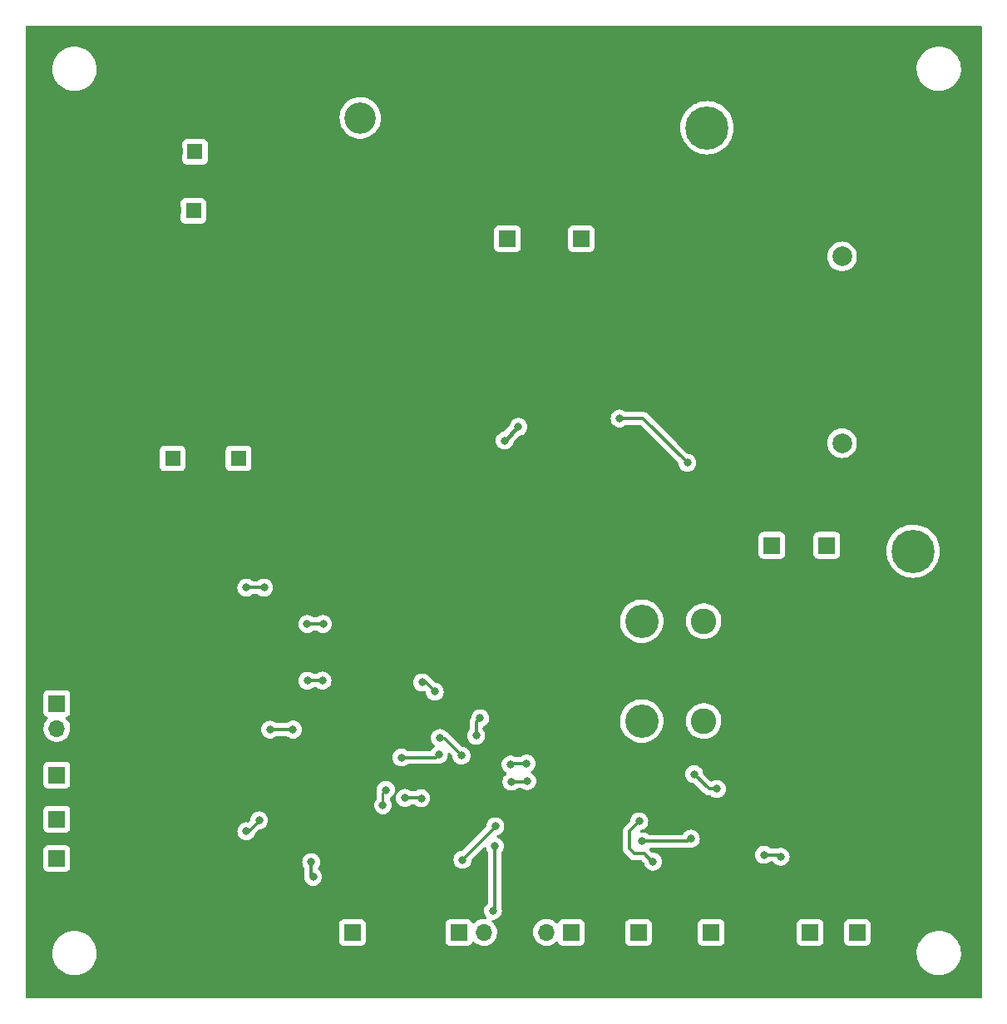
<source format=gbr>
%TF.GenerationSoftware,KiCad,Pcbnew,(6.0.1)*%
%TF.CreationDate,2022-03-29T14:06:01-05:00*%
%TF.ProjectId,power_board,706f7765-725f-4626-9f61-72642e6b6963,rev?*%
%TF.SameCoordinates,Original*%
%TF.FileFunction,Copper,L2,Bot*%
%TF.FilePolarity,Positive*%
%FSLAX46Y46*%
G04 Gerber Fmt 4.6, Leading zero omitted, Abs format (unit mm)*
G04 Created by KiCad (PCBNEW (6.0.1)) date 2022-03-29 14:06:01*
%MOMM*%
%LPD*%
G01*
G04 APERTURE LIST*
%TA.AperFunction,ComponentPad*%
%ADD10R,1.700000X1.700000*%
%TD*%
%TA.AperFunction,ComponentPad*%
%ADD11O,1.700000X1.700000*%
%TD*%
%TA.AperFunction,ComponentPad*%
%ADD12C,3.200000*%
%TD*%
%TA.AperFunction,ComponentPad*%
%ADD13C,4.400000*%
%TD*%
%TA.AperFunction,WasherPad*%
%ADD14C,2.600000*%
%TD*%
%TA.AperFunction,ComponentPad*%
%ADD15C,3.400000*%
%TD*%
%TA.AperFunction,ComponentPad*%
%ADD16R,1.600000X1.600000*%
%TD*%
%TA.AperFunction,ComponentPad*%
%ADD17C,1.600000*%
%TD*%
%TA.AperFunction,ComponentPad*%
%ADD18C,2.000000*%
%TD*%
%TA.AperFunction,ViaPad*%
%ADD19C,0.800000*%
%TD*%
%TA.AperFunction,Conductor*%
%ADD20C,0.300000*%
%TD*%
%TA.AperFunction,Conductor*%
%ADD21C,0.400000*%
%TD*%
%TA.AperFunction,Conductor*%
%ADD22C,0.250000*%
%TD*%
G04 APERTURE END LIST*
D10*
%TO.P,J5,1,Pin_1*%
%TO.N,GND*%
X181300000Y-129000000D03*
%TD*%
%TO.P,J19,1,Pin_1*%
%TO.N,Net-(J19-Pad1)*%
X158925000Y-144800000D03*
D11*
%TO.P,J19,2,Pin_2*%
%TO.N,GND*%
X161465000Y-144800000D03*
%TD*%
D12*
%TO.P,J6,1,Pin_1*%
%TO.N,GND*%
X132300000Y-61900000D03*
%TD*%
D10*
%TO.P,J22,1,Pin_1*%
%TO.N,SOLAR_CTRL*%
X144675000Y-144800000D03*
D11*
%TO.P,J22,2,Pin_2*%
%TO.N,GRID_CTRL*%
X142135000Y-144800000D03*
%TD*%
D10*
%TO.P,J1,1,Pin_1*%
%TO.N,+24V*%
X170700000Y-105400000D03*
%TD*%
D13*
%TO.P,J23,1,Pin_1*%
%TO.N,+24V*%
X179500000Y-106000000D03*
%TD*%
%TO.P,J24,1,Pin_1*%
%TO.N,GND*%
X179500000Y-113500000D03*
%TD*%
D14*
%TO.P,R21,*%
%TO.N,*%
X158150000Y-113120000D03*
X158150000Y-123280000D03*
D15*
%TO.P,R21,1*%
%TO.N,24V Solar_2*%
X151850000Y-113120000D03*
%TO.P,R21,2*%
%TO.N,Net-(Q8-Pad2)*%
X151850000Y-123280000D03*
%TD*%
D10*
%TO.P,J16,1,Pin_1*%
%TO.N,MCU_BTN1*%
X173800000Y-144800000D03*
%TD*%
%TO.P,J17,1,Pin_1*%
%TO.N,MCU_BTN2*%
X169000000Y-144800000D03*
%TD*%
D16*
%TO.P,C12,1*%
%TO.N,24V Solar*%
X104100000Y-96555113D03*
D17*
%TO.P,C12,2*%
%TO.N,GND*%
X104100000Y-94055113D03*
%TD*%
D16*
%TO.P,C5,1*%
%TO.N,Solar Panel*%
X106355113Y-65350000D03*
D17*
%TO.P,C5,2*%
%TO.N,GND*%
X104355113Y-65350000D03*
%TD*%
D13*
%TO.P,J4,1,Pin_1*%
%TO.N,GND*%
X167200000Y-62900000D03*
%TD*%
D10*
%TO.P,J20,1,Pin_1*%
%TO.N,GND1*%
X92300000Y-137275000D03*
%TD*%
%TO.P,J3,1,Pin_1*%
%TO.N,GND*%
X181300000Y-135400000D03*
%TD*%
D18*
%TO.P,C21,1*%
%TO.N,+24V*%
X172250000Y-95000000D03*
%TO.P,C21,2*%
%TO.N,GND*%
X179750000Y-95000000D03*
%TD*%
D10*
%TO.P,J13,1,Pin_1*%
%TO.N,GND*%
X126000000Y-144800000D03*
%TD*%
D12*
%TO.P,J9,1,Pin_1*%
%TO.N,Solar Panel*%
X123200000Y-61900000D03*
%TD*%
D10*
%TO.P,J8,1,Pin_1*%
%TO.N,+5V*%
X122400000Y-144800000D03*
%TD*%
%TO.P,J12,1,Pin_1*%
%TO.N,MCU_SCL*%
X92300000Y-121500000D03*
D11*
%TO.P,J12,2,Pin_2*%
%TO.N,MCU_SDA*%
X92300000Y-124040000D03*
%TD*%
D10*
%TO.P,J14,1,Pin_1*%
%TO.N,MCU_5V*%
X92300000Y-133275000D03*
%TD*%
D13*
%TO.P,J10,1,Pin_1*%
%TO.N,24V Grid*%
X158500000Y-62900000D03*
%TD*%
D16*
%TO.P,C6,1*%
%TO.N,Solar Panel*%
X106210225Y-71350000D03*
D17*
%TO.P,C6,2*%
%TO.N,GND*%
X104210225Y-71350000D03*
%TD*%
D10*
%TO.P,J18,1,Pin_1*%
%TO.N,Net-(J18-Pad1)*%
X151525000Y-144800000D03*
D11*
%TO.P,J18,2,Pin_2*%
%TO.N,GND*%
X154065000Y-144800000D03*
%TD*%
D10*
%TO.P,J21,1,Pin_1*%
%TO.N,Net-(J21-Pad1)*%
X138200000Y-74200000D03*
%TD*%
%TO.P,J15,1,Pin_1*%
%TO.N,MCU_P_RES*%
X92300000Y-128775000D03*
%TD*%
D18*
%TO.P,C20,1*%
%TO.N,+24V*%
X172250000Y-76000000D03*
%TO.P,C20,2*%
%TO.N,GND*%
X179750000Y-76000000D03*
%TD*%
D16*
%TO.P,C13,1*%
%TO.N,24V Solar*%
X110810000Y-96550001D03*
D17*
%TO.P,C13,2*%
%TO.N,GND*%
X110810000Y-94050001D03*
%TD*%
D10*
%TO.P,J2,1,Pin_1*%
%TO.N,+24V*%
X165100000Y-105400000D03*
%TD*%
%TO.P,J11,1,Pin_1*%
%TO.N,Net-(J11-Pad1)*%
X145700000Y-74200000D03*
%TD*%
%TO.P,J7,1,Pin_1*%
%TO.N,MCU_GRID*%
X133225000Y-144800000D03*
D11*
%TO.P,J7,2,Pin_2*%
%TO.N,MCU_SOLAR*%
X135765000Y-144800000D03*
%TD*%
D19*
%TO.N,GND*%
X131700000Y-118000000D03*
X137400000Y-122600000D03*
X103600000Y-80700000D03*
X104100000Y-81300000D03*
X103100000Y-80100000D03*
X143900000Y-135200000D03*
X106600000Y-114000000D03*
X131500000Y-108100000D03*
X96500000Y-74500000D03*
X135200000Y-115500000D03*
X148300000Y-77600000D03*
X112500000Y-114000000D03*
X104100000Y-80100000D03*
X109700000Y-82000000D03*
X123800000Y-73500000D03*
X163500000Y-79400000D03*
X121200000Y-136300000D03*
X103100000Y-81300000D03*
X96500000Y-80900000D03*
X136900000Y-77400000D03*
X127000000Y-110400000D03*
X139000000Y-122600000D03*
X96600000Y-82700000D03*
X141100000Y-114200000D03*
X163800000Y-92000000D03*
X125400000Y-73500000D03*
X96500000Y-76500000D03*
X127000000Y-122700000D03*
X109200000Y-78700000D03*
%TO.N,MCU_SOLAR*%
X136700000Y-142600000D03*
X136900000Y-136000000D03*
%TO.N,Net-(Q2-Pad1)*%
X156500000Y-97000000D03*
X149600000Y-92500000D03*
%TO.N,24V Solar_2*%
X139300000Y-93350000D03*
X137900000Y-94750000D03*
%TO.N,MCU_SCL*%
X119420000Y-113410000D03*
X117790000Y-113410000D03*
%TO.N,MCU_SDA*%
X130780000Y-120300000D03*
X119350000Y-119170000D03*
X129495023Y-119365023D03*
X117810000Y-119180000D03*
%TO.N,ADR0*%
X113400000Y-109700000D03*
X111600000Y-109700000D03*
%TO.N,MCU_P_RES*%
X114010000Y-124160000D03*
X116343727Y-124153727D03*
%TO.N,+5V*%
X118200000Y-137650500D03*
X136949500Y-134000000D03*
X118400000Y-139149500D03*
X133600000Y-137404500D03*
%TO.N,MCU_BTN1*%
X164300000Y-136900000D03*
X166000000Y-137100000D03*
%TO.N,GND1*%
X125500000Y-131859500D03*
X138488773Y-127711227D03*
X140149500Y-127609253D03*
X112900000Y-133400000D03*
X159500000Y-130200000D03*
X131300000Y-125000000D03*
X111600000Y-134500000D03*
X133500000Y-126800000D03*
X157200000Y-128700000D03*
X125800000Y-130300000D03*
%TO.N,Net-(Q6-Pad5)*%
X135400000Y-123000000D03*
X135000000Y-124784500D03*
X127400000Y-127000000D03*
X131200000Y-126700000D03*
%TO.N,Net-(Q9-Pad3)*%
X153000000Y-137600000D03*
X151600000Y-133500000D03*
%TO.N,MCU_5V*%
X138590000Y-129460000D03*
X129400000Y-131150000D03*
X151920000Y-135540000D03*
X156850000Y-135260000D03*
X127738000Y-131110000D03*
X140200000Y-129400000D03*
%TD*%
D20*
%TO.N,MCU_SOLAR*%
X136900000Y-142400000D02*
X136900000Y-136000000D01*
X136700000Y-142600000D02*
X136900000Y-142400000D01*
%TO.N,Net-(Q2-Pad1)*%
X152000000Y-92500000D02*
X156500000Y-97000000D01*
X149600000Y-92500000D02*
X152000000Y-92500000D01*
D21*
%TO.N,24V Solar_2*%
X139300000Y-93350000D02*
X137900000Y-94750000D01*
D20*
%TO.N,MCU_SCL*%
X117790000Y-113410000D02*
X119420000Y-113410000D01*
%TO.N,MCU_SDA*%
X129845023Y-119365023D02*
X130780000Y-120300000D01*
X117810000Y-119180000D02*
X119340000Y-119180000D01*
X119340000Y-119180000D02*
X119350000Y-119170000D01*
X129495023Y-119365023D02*
X129845023Y-119365023D01*
%TO.N,ADR0*%
X111600000Y-109700000D02*
X113400000Y-109700000D01*
%TO.N,MCU_P_RES*%
X114016273Y-124153727D02*
X114010000Y-124160000D01*
X116343727Y-124153727D02*
X114016273Y-124153727D01*
%TO.N,+5V*%
X133600000Y-137404500D02*
X136949500Y-134055000D01*
X118200000Y-138949500D02*
X118200000Y-137650500D01*
X118400000Y-139149500D02*
X118200000Y-138949500D01*
X136949500Y-134055000D02*
X136949500Y-134000000D01*
%TO.N,MCU_BTN1*%
X165800000Y-136900000D02*
X166000000Y-137100000D01*
X164300000Y-136900000D02*
X165800000Y-136900000D01*
D22*
%TO.N,GND1*%
X111800000Y-134500000D02*
X112900000Y-133400000D01*
D20*
X140149500Y-127609253D02*
X138590747Y-127609253D01*
D22*
X131700000Y-125000000D02*
X133500000Y-126800000D01*
D20*
X138590747Y-127609253D02*
X138488773Y-127711227D01*
X159500000Y-130200000D02*
X158700000Y-130200000D01*
D22*
X131300000Y-125000000D02*
X131700000Y-125000000D01*
X111600000Y-134500000D02*
X111800000Y-134500000D01*
X125500000Y-130600000D02*
X125800000Y-130300000D01*
D20*
X158700000Y-130200000D02*
X157200000Y-128700000D01*
D22*
X125500000Y-131859500D02*
X125500000Y-130600000D01*
D20*
%TO.N,Net-(Q6-Pad5)*%
X135000000Y-123400000D02*
X135400000Y-123000000D01*
X135000000Y-124784500D02*
X135000000Y-123400000D01*
X130900000Y-127000000D02*
X131200000Y-126700000D01*
X127400000Y-127000000D02*
X130900000Y-127000000D01*
%TO.N,Net-(Q9-Pad3)*%
X152920030Y-137600000D02*
X152120030Y-136800000D01*
X151100000Y-136800000D02*
X150600000Y-136300000D01*
X153000000Y-137600000D02*
X152920030Y-137600000D01*
X150600000Y-136300000D02*
X150600000Y-134500000D01*
X150600000Y-134500000D02*
X151600000Y-133500000D01*
X152120030Y-136800000D02*
X151100000Y-136800000D01*
%TO.N,MCU_5V*%
X129360000Y-131110000D02*
X129400000Y-131150000D01*
X140200000Y-129400000D02*
X140140000Y-129460000D01*
X140140000Y-129460000D02*
X138590000Y-129460000D01*
X156570000Y-135540000D02*
X156850000Y-135260000D01*
X151920000Y-135540000D02*
X156570000Y-135540000D01*
X127738000Y-131110000D02*
X129360000Y-131110000D01*
%TD*%
%TA.AperFunction,Conductor*%
%TO.N,GND*%
G36*
X186434121Y-52528002D02*
G01*
X186480614Y-52581658D01*
X186492000Y-52634000D01*
X186492000Y-151366000D01*
X186471998Y-151434121D01*
X186418342Y-151480614D01*
X186366000Y-151492000D01*
X89234000Y-151492000D01*
X89165879Y-151471998D01*
X89119386Y-151418342D01*
X89108000Y-151366000D01*
X89108000Y-146947404D01*
X91836941Y-146947404D01*
X91863091Y-147246292D01*
X91864001Y-147250364D01*
X91864002Y-147250369D01*
X91927628Y-147535016D01*
X91928540Y-147539095D01*
X92032140Y-147820671D01*
X92034084Y-147824359D01*
X92034088Y-147824367D01*
X92130805Y-148007807D01*
X92172069Y-148086071D01*
X92345871Y-148330633D01*
X92550490Y-148550061D01*
X92782333Y-148740498D01*
X93037325Y-148898600D01*
X93310988Y-149021589D01*
X93485368Y-149073574D01*
X93594514Y-149106112D01*
X93594516Y-149106112D01*
X93598513Y-149107304D01*
X93602633Y-149107957D01*
X93602635Y-149107957D01*
X93721509Y-149126785D01*
X93894848Y-149154239D01*
X93937577Y-149156179D01*
X93987262Y-149158436D01*
X93987281Y-149158436D01*
X93988681Y-149158500D01*
X94176107Y-149158500D01*
X94399370Y-149143671D01*
X94403464Y-149142846D01*
X94403468Y-149142845D01*
X94544513Y-149114405D01*
X94693480Y-149084368D01*
X94977163Y-148986688D01*
X94980896Y-148984819D01*
X94980900Y-148984817D01*
X95241691Y-148854222D01*
X95241693Y-148854221D01*
X95245435Y-148852347D01*
X95493584Y-148683706D01*
X95717248Y-148483726D01*
X95719966Y-148480555D01*
X95909779Y-148259097D01*
X95909782Y-148259093D01*
X95912499Y-148255923D01*
X95914773Y-148252421D01*
X95914777Y-148252416D01*
X96073628Y-148007807D01*
X96073631Y-148007802D01*
X96075907Y-148004297D01*
X96204600Y-147733270D01*
X96296318Y-147447604D01*
X96349448Y-147152316D01*
X96358754Y-146947404D01*
X179836941Y-146947404D01*
X179863091Y-147246292D01*
X179864001Y-147250364D01*
X179864002Y-147250369D01*
X179927628Y-147535016D01*
X179928540Y-147539095D01*
X180032140Y-147820671D01*
X180034084Y-147824359D01*
X180034088Y-147824367D01*
X180130805Y-148007807D01*
X180172069Y-148086071D01*
X180345871Y-148330633D01*
X180550490Y-148550061D01*
X180782333Y-148740498D01*
X181037325Y-148898600D01*
X181310988Y-149021589D01*
X181485368Y-149073574D01*
X181594514Y-149106112D01*
X181594516Y-149106112D01*
X181598513Y-149107304D01*
X181602633Y-149107957D01*
X181602635Y-149107957D01*
X181721509Y-149126785D01*
X181894848Y-149154239D01*
X181937577Y-149156179D01*
X181987262Y-149158436D01*
X181987281Y-149158436D01*
X181988681Y-149158500D01*
X182176107Y-149158500D01*
X182399370Y-149143671D01*
X182403464Y-149142846D01*
X182403468Y-149142845D01*
X182544513Y-149114405D01*
X182693480Y-149084368D01*
X182977163Y-148986688D01*
X182980896Y-148984819D01*
X182980900Y-148984817D01*
X183241691Y-148854222D01*
X183241693Y-148854221D01*
X183245435Y-148852347D01*
X183493584Y-148683706D01*
X183717248Y-148483726D01*
X183719966Y-148480555D01*
X183909779Y-148259097D01*
X183909782Y-148259093D01*
X183912499Y-148255923D01*
X183914773Y-148252421D01*
X183914777Y-148252416D01*
X184073628Y-148007807D01*
X184073631Y-148007802D01*
X184075907Y-148004297D01*
X184204600Y-147733270D01*
X184296318Y-147447604D01*
X184349448Y-147152316D01*
X184363059Y-146852596D01*
X184336909Y-146553708D01*
X184292832Y-146356515D01*
X184272372Y-146264984D01*
X184272371Y-146264981D01*
X184271460Y-146260905D01*
X184167860Y-145979329D01*
X184165916Y-145975641D01*
X184165912Y-145975633D01*
X184029884Y-145717633D01*
X184029883Y-145717632D01*
X184027931Y-145713929D01*
X183854129Y-145469367D01*
X183649510Y-145249939D01*
X183417667Y-145059502D01*
X183162675Y-144901400D01*
X182889012Y-144778411D01*
X182675650Y-144714805D01*
X182605486Y-144693888D01*
X182605484Y-144693888D01*
X182601487Y-144692696D01*
X182597367Y-144692043D01*
X182597365Y-144692043D01*
X182478491Y-144673215D01*
X182305152Y-144645761D01*
X182262423Y-144643821D01*
X182212738Y-144641564D01*
X182212719Y-144641564D01*
X182211319Y-144641500D01*
X182023893Y-144641500D01*
X181800630Y-144656329D01*
X181796536Y-144657154D01*
X181796532Y-144657155D01*
X181655487Y-144685595D01*
X181506520Y-144715632D01*
X181222837Y-144813312D01*
X181219104Y-144815181D01*
X181219100Y-144815183D01*
X180958309Y-144945778D01*
X180954565Y-144947653D01*
X180850013Y-145018706D01*
X180755497Y-145082939D01*
X180706416Y-145116294D01*
X180482752Y-145316274D01*
X180480035Y-145319444D01*
X180480034Y-145319445D01*
X180319900Y-145506277D01*
X180287501Y-145544077D01*
X180285227Y-145547579D01*
X180285223Y-145547584D01*
X180140764Y-145770032D01*
X180124093Y-145795703D01*
X180122299Y-145799482D01*
X180122298Y-145799483D01*
X180102502Y-145841173D01*
X179995400Y-146066730D01*
X179994121Y-146070713D01*
X179994120Y-146070716D01*
X179965102Y-146161097D01*
X179903682Y-146352396D01*
X179850552Y-146647684D01*
X179836941Y-146947404D01*
X96358754Y-146947404D01*
X96363059Y-146852596D01*
X96336909Y-146553708D01*
X96292832Y-146356515D01*
X96272372Y-146264984D01*
X96272371Y-146264981D01*
X96271460Y-146260905D01*
X96167860Y-145979329D01*
X96165916Y-145975641D01*
X96165912Y-145975633D01*
X96029884Y-145717633D01*
X96029883Y-145717632D01*
X96027931Y-145713929D01*
X96016706Y-145698134D01*
X121041500Y-145698134D01*
X121048255Y-145760316D01*
X121099385Y-145896705D01*
X121186739Y-146013261D01*
X121303295Y-146100615D01*
X121439684Y-146151745D01*
X121501866Y-146158500D01*
X123298134Y-146158500D01*
X123360316Y-146151745D01*
X123496705Y-146100615D01*
X123613261Y-146013261D01*
X123700615Y-145896705D01*
X123751745Y-145760316D01*
X123758500Y-145698134D01*
X131866500Y-145698134D01*
X131873255Y-145760316D01*
X131924385Y-145896705D01*
X132011739Y-146013261D01*
X132128295Y-146100615D01*
X132264684Y-146151745D01*
X132326866Y-146158500D01*
X134123134Y-146158500D01*
X134185316Y-146151745D01*
X134321705Y-146100615D01*
X134438261Y-146013261D01*
X134525615Y-145896705D01*
X134564795Y-145792193D01*
X134569598Y-145779382D01*
X134612240Y-145722618D01*
X134678802Y-145697918D01*
X134748150Y-145713126D01*
X134782817Y-145741114D01*
X134811250Y-145773938D01*
X134983126Y-145916632D01*
X135176000Y-146029338D01*
X135384692Y-146109030D01*
X135389760Y-146110061D01*
X135389763Y-146110062D01*
X135497017Y-146131883D01*
X135603597Y-146153567D01*
X135608772Y-146153757D01*
X135608774Y-146153757D01*
X135821673Y-146161564D01*
X135821677Y-146161564D01*
X135826837Y-146161753D01*
X135831957Y-146161097D01*
X135831959Y-146161097D01*
X136043288Y-146134025D01*
X136043289Y-146134025D01*
X136048416Y-146133368D01*
X136053366Y-146131883D01*
X136257429Y-146070661D01*
X136257434Y-146070659D01*
X136262384Y-146069174D01*
X136462994Y-145970896D01*
X136644860Y-145841173D01*
X136694012Y-145792193D01*
X136745268Y-145741115D01*
X136803096Y-145683489D01*
X136862594Y-145600689D01*
X136930435Y-145506277D01*
X136933453Y-145502077D01*
X136947936Y-145472774D01*
X137030136Y-145306453D01*
X137030137Y-145306451D01*
X137032430Y-145301811D01*
X137097370Y-145088069D01*
X137126529Y-144866590D01*
X137128156Y-144800000D01*
X137125418Y-144766695D01*
X140772251Y-144766695D01*
X140772548Y-144771848D01*
X140772548Y-144771851D01*
X140784812Y-144984547D01*
X140785110Y-144989715D01*
X140786247Y-144994761D01*
X140786248Y-144994767D01*
X140800341Y-145057301D01*
X140834222Y-145207639D01*
X140918266Y-145414616D01*
X140920965Y-145419020D01*
X140999749Y-145547584D01*
X141034987Y-145605088D01*
X141181250Y-145773938D01*
X141353126Y-145916632D01*
X141546000Y-146029338D01*
X141754692Y-146109030D01*
X141759760Y-146110061D01*
X141759763Y-146110062D01*
X141867017Y-146131883D01*
X141973597Y-146153567D01*
X141978772Y-146153757D01*
X141978774Y-146153757D01*
X142191673Y-146161564D01*
X142191677Y-146161564D01*
X142196837Y-146161753D01*
X142201957Y-146161097D01*
X142201959Y-146161097D01*
X142413288Y-146134025D01*
X142413289Y-146134025D01*
X142418416Y-146133368D01*
X142423366Y-146131883D01*
X142627429Y-146070661D01*
X142627434Y-146070659D01*
X142632384Y-146069174D01*
X142832994Y-145970896D01*
X143014860Y-145841173D01*
X143123091Y-145733319D01*
X143185462Y-145699404D01*
X143256268Y-145704592D01*
X143313030Y-145747238D01*
X143330012Y-145778341D01*
X143335205Y-145792193D01*
X143374385Y-145896705D01*
X143461739Y-146013261D01*
X143578295Y-146100615D01*
X143714684Y-146151745D01*
X143776866Y-146158500D01*
X145573134Y-146158500D01*
X145635316Y-146151745D01*
X145771705Y-146100615D01*
X145888261Y-146013261D01*
X145975615Y-145896705D01*
X146026745Y-145760316D01*
X146033500Y-145698134D01*
X150166500Y-145698134D01*
X150173255Y-145760316D01*
X150224385Y-145896705D01*
X150311739Y-146013261D01*
X150428295Y-146100615D01*
X150564684Y-146151745D01*
X150626866Y-146158500D01*
X152423134Y-146158500D01*
X152485316Y-146151745D01*
X152621705Y-146100615D01*
X152738261Y-146013261D01*
X152825615Y-145896705D01*
X152876745Y-145760316D01*
X152883500Y-145698134D01*
X157566500Y-145698134D01*
X157573255Y-145760316D01*
X157624385Y-145896705D01*
X157711739Y-146013261D01*
X157828295Y-146100615D01*
X157964684Y-146151745D01*
X158026866Y-146158500D01*
X159823134Y-146158500D01*
X159885316Y-146151745D01*
X160021705Y-146100615D01*
X160138261Y-146013261D01*
X160225615Y-145896705D01*
X160276745Y-145760316D01*
X160283500Y-145698134D01*
X167641500Y-145698134D01*
X167648255Y-145760316D01*
X167699385Y-145896705D01*
X167786739Y-146013261D01*
X167903295Y-146100615D01*
X168039684Y-146151745D01*
X168101866Y-146158500D01*
X169898134Y-146158500D01*
X169960316Y-146151745D01*
X170096705Y-146100615D01*
X170213261Y-146013261D01*
X170300615Y-145896705D01*
X170351745Y-145760316D01*
X170358500Y-145698134D01*
X172441500Y-145698134D01*
X172448255Y-145760316D01*
X172499385Y-145896705D01*
X172586739Y-146013261D01*
X172703295Y-146100615D01*
X172839684Y-146151745D01*
X172901866Y-146158500D01*
X174698134Y-146158500D01*
X174760316Y-146151745D01*
X174896705Y-146100615D01*
X175013261Y-146013261D01*
X175100615Y-145896705D01*
X175151745Y-145760316D01*
X175158500Y-145698134D01*
X175158500Y-143901866D01*
X175151745Y-143839684D01*
X175100615Y-143703295D01*
X175013261Y-143586739D01*
X174896705Y-143499385D01*
X174760316Y-143448255D01*
X174698134Y-143441500D01*
X172901866Y-143441500D01*
X172839684Y-143448255D01*
X172703295Y-143499385D01*
X172586739Y-143586739D01*
X172499385Y-143703295D01*
X172448255Y-143839684D01*
X172441500Y-143901866D01*
X172441500Y-145698134D01*
X170358500Y-145698134D01*
X170358500Y-143901866D01*
X170351745Y-143839684D01*
X170300615Y-143703295D01*
X170213261Y-143586739D01*
X170096705Y-143499385D01*
X169960316Y-143448255D01*
X169898134Y-143441500D01*
X168101866Y-143441500D01*
X168039684Y-143448255D01*
X167903295Y-143499385D01*
X167786739Y-143586739D01*
X167699385Y-143703295D01*
X167648255Y-143839684D01*
X167641500Y-143901866D01*
X167641500Y-145698134D01*
X160283500Y-145698134D01*
X160283500Y-143901866D01*
X160276745Y-143839684D01*
X160225615Y-143703295D01*
X160138261Y-143586739D01*
X160021705Y-143499385D01*
X159885316Y-143448255D01*
X159823134Y-143441500D01*
X158026866Y-143441500D01*
X157964684Y-143448255D01*
X157828295Y-143499385D01*
X157711739Y-143586739D01*
X157624385Y-143703295D01*
X157573255Y-143839684D01*
X157566500Y-143901866D01*
X157566500Y-145698134D01*
X152883500Y-145698134D01*
X152883500Y-143901866D01*
X152876745Y-143839684D01*
X152825615Y-143703295D01*
X152738261Y-143586739D01*
X152621705Y-143499385D01*
X152485316Y-143448255D01*
X152423134Y-143441500D01*
X150626866Y-143441500D01*
X150564684Y-143448255D01*
X150428295Y-143499385D01*
X150311739Y-143586739D01*
X150224385Y-143703295D01*
X150173255Y-143839684D01*
X150166500Y-143901866D01*
X150166500Y-145698134D01*
X146033500Y-145698134D01*
X146033500Y-143901866D01*
X146026745Y-143839684D01*
X145975615Y-143703295D01*
X145888261Y-143586739D01*
X145771705Y-143499385D01*
X145635316Y-143448255D01*
X145573134Y-143441500D01*
X143776866Y-143441500D01*
X143714684Y-143448255D01*
X143578295Y-143499385D01*
X143461739Y-143586739D01*
X143374385Y-143703295D01*
X143371233Y-143711703D01*
X143329919Y-143821907D01*
X143287277Y-143878671D01*
X143220716Y-143903371D01*
X143151367Y-143888163D01*
X143118743Y-143862476D01*
X143068151Y-143806875D01*
X143068142Y-143806866D01*
X143064670Y-143803051D01*
X143060619Y-143799852D01*
X143060615Y-143799848D01*
X142893414Y-143667800D01*
X142893410Y-143667798D01*
X142889359Y-143664598D01*
X142693789Y-143556638D01*
X142688920Y-143554914D01*
X142688916Y-143554912D01*
X142488087Y-143483795D01*
X142488083Y-143483794D01*
X142483212Y-143482069D01*
X142478119Y-143481162D01*
X142478116Y-143481161D01*
X142268373Y-143443800D01*
X142268367Y-143443799D01*
X142263284Y-143442894D01*
X142189452Y-143441992D01*
X142045081Y-143440228D01*
X142045079Y-143440228D01*
X142039911Y-143440165D01*
X141819091Y-143473955D01*
X141606756Y-143543357D01*
X141408607Y-143646507D01*
X141404474Y-143649610D01*
X141404471Y-143649612D01*
X141292900Y-143733382D01*
X141229965Y-143780635D01*
X141190525Y-143821907D01*
X141118729Y-143897037D01*
X141075629Y-143942138D01*
X140949743Y-144126680D01*
X140855688Y-144329305D01*
X140795989Y-144544570D01*
X140772251Y-144766695D01*
X137125418Y-144766695D01*
X137109852Y-144577361D01*
X137055431Y-144360702D01*
X136966354Y-144155840D01*
X136845014Y-143968277D01*
X136694670Y-143803051D01*
X136690619Y-143799852D01*
X136690615Y-143799848D01*
X136606454Y-143733382D01*
X136565391Y-143675465D01*
X136562159Y-143604542D01*
X136597784Y-143543130D01*
X136660956Y-143510728D01*
X136684546Y-143508500D01*
X136795487Y-143508500D01*
X136801939Y-143507128D01*
X136801944Y-143507128D01*
X136919834Y-143482069D01*
X136982288Y-143468794D01*
X136988319Y-143466109D01*
X137150722Y-143393803D01*
X137150724Y-143393802D01*
X137156752Y-143391118D01*
X137311253Y-143278866D01*
X137439040Y-143136944D01*
X137534527Y-142971556D01*
X137593542Y-142789928D01*
X137613504Y-142600000D01*
X137593542Y-142410072D01*
X137564667Y-142321205D01*
X137558500Y-142282268D01*
X137558500Y-136674759D01*
X137578502Y-136606638D01*
X137590864Y-136590449D01*
X137634621Y-136541852D01*
X137634622Y-136541851D01*
X137639040Y-136536944D01*
X137715893Y-136403831D01*
X137731223Y-136377279D01*
X137731224Y-136377278D01*
X137734527Y-136371556D01*
X137793542Y-136189928D01*
X137795939Y-136167128D01*
X137812814Y-136006565D01*
X137813504Y-136000000D01*
X137807079Y-135938866D01*
X137794232Y-135816635D01*
X137794232Y-135816633D01*
X137793542Y-135810072D01*
X137734527Y-135628444D01*
X137639040Y-135463056D01*
X137511253Y-135321134D01*
X137356752Y-135208882D01*
X137350724Y-135206198D01*
X137350722Y-135206197D01*
X137188319Y-135133891D01*
X137188318Y-135133891D01*
X137182288Y-135131206D01*
X137173573Y-135129354D01*
X137169596Y-135128508D01*
X137107122Y-135094781D01*
X137072800Y-135032632D01*
X137077526Y-134961793D01*
X137119801Y-134904754D01*
X137169594Y-134882015D01*
X137225322Y-134870169D01*
X137225327Y-134870167D01*
X137231788Y-134868794D01*
X137239701Y-134865271D01*
X137400222Y-134793803D01*
X137400224Y-134793802D01*
X137406252Y-134791118D01*
X137560753Y-134678866D01*
X137567650Y-134671206D01*
X137684121Y-134541852D01*
X137684122Y-134541851D01*
X137688540Y-134536944D01*
X137721906Y-134479152D01*
X149936594Y-134479152D01*
X149937340Y-134487043D01*
X149940941Y-134525138D01*
X149941500Y-134536996D01*
X149941500Y-136217944D01*
X149940941Y-136229800D01*
X149939212Y-136237537D01*
X149939461Y-136245459D01*
X149941438Y-136308369D01*
X149941500Y-136312327D01*
X149941500Y-136341432D01*
X149942056Y-136345832D01*
X149942988Y-136357664D01*
X149944438Y-136403831D01*
X149946650Y-136411444D01*
X149946650Y-136411445D01*
X149950419Y-136424416D01*
X149954430Y-136443782D01*
X149957118Y-136465064D01*
X149960034Y-136472429D01*
X149960035Y-136472433D01*
X149974126Y-136508021D01*
X149977965Y-136519231D01*
X149990855Y-136563600D01*
X150001775Y-136582065D01*
X150010466Y-136599805D01*
X150018365Y-136619756D01*
X150043576Y-136654456D01*
X150045516Y-136657126D01*
X150052033Y-136667048D01*
X150071507Y-136699977D01*
X150071510Y-136699981D01*
X150075547Y-136706807D01*
X150090711Y-136721971D01*
X150103551Y-136737004D01*
X150116159Y-136754357D01*
X150147560Y-136780334D01*
X150151752Y-136783802D01*
X150160532Y-136791792D01*
X150576345Y-137207605D01*
X150584335Y-137216385D01*
X150588584Y-137223080D01*
X150594362Y-137228506D01*
X150594363Y-137228507D01*
X150640257Y-137271604D01*
X150643099Y-137274359D01*
X150663667Y-137294927D01*
X150667170Y-137297644D01*
X150676195Y-137305352D01*
X150709867Y-137336972D01*
X150716818Y-137340793D01*
X150716819Y-137340794D01*
X150728658Y-137347303D01*
X150745182Y-137358157D01*
X150755271Y-137365982D01*
X150762132Y-137371304D01*
X150769404Y-137374451D01*
X150769406Y-137374452D01*
X150804535Y-137389654D01*
X150815195Y-137394876D01*
X150842836Y-137410072D01*
X150855663Y-137417124D01*
X150876441Y-137422459D01*
X150895131Y-137428858D01*
X150914824Y-137437380D01*
X150943060Y-137441852D01*
X150960448Y-137444606D01*
X150972071Y-137447013D01*
X151000072Y-137454202D01*
X151016812Y-137458500D01*
X151038259Y-137458500D01*
X151057969Y-137460051D01*
X151079152Y-137463406D01*
X151125141Y-137459059D01*
X151136996Y-137458500D01*
X151795080Y-137458500D01*
X151863201Y-137478502D01*
X151884175Y-137495405D01*
X152066423Y-137677653D01*
X152100449Y-137739965D01*
X152102638Y-137753579D01*
X152105602Y-137781779D01*
X152106458Y-137789928D01*
X152165473Y-137971556D01*
X152168776Y-137977278D01*
X152168777Y-137977279D01*
X152186803Y-138008500D01*
X152260960Y-138136944D01*
X152265378Y-138141851D01*
X152265379Y-138141852D01*
X152381312Y-138270609D01*
X152388747Y-138278866D01*
X152543248Y-138391118D01*
X152549276Y-138393802D01*
X152549278Y-138393803D01*
X152583807Y-138409176D01*
X152717712Y-138468794D01*
X152809297Y-138488261D01*
X152898056Y-138507128D01*
X152898061Y-138507128D01*
X152904513Y-138508500D01*
X153095487Y-138508500D01*
X153101939Y-138507128D01*
X153101944Y-138507128D01*
X153190703Y-138488261D01*
X153282288Y-138468794D01*
X153416193Y-138409176D01*
X153450722Y-138393803D01*
X153450724Y-138393802D01*
X153456752Y-138391118D01*
X153611253Y-138278866D01*
X153618688Y-138270609D01*
X153734621Y-138141852D01*
X153734622Y-138141851D01*
X153739040Y-138136944D01*
X153813197Y-138008500D01*
X153831223Y-137977279D01*
X153831224Y-137977278D01*
X153834527Y-137971556D01*
X153893542Y-137789928D01*
X153894399Y-137781779D01*
X153912814Y-137606565D01*
X153913504Y-137600000D01*
X153911283Y-137578866D01*
X153894232Y-137416635D01*
X153894232Y-137416633D01*
X153893542Y-137410072D01*
X153834527Y-137228444D01*
X153822894Y-137208294D01*
X153797314Y-137163990D01*
X153739040Y-137063056D01*
X153611253Y-136921134D01*
X153582165Y-136900000D01*
X163386496Y-136900000D01*
X163387186Y-136906565D01*
X163404235Y-137068774D01*
X163406458Y-137089928D01*
X163465473Y-137271556D01*
X163560960Y-137436944D01*
X163565378Y-137441851D01*
X163565379Y-137441852D01*
X163582235Y-137460572D01*
X163688747Y-137578866D01*
X163843248Y-137691118D01*
X163849276Y-137693802D01*
X163849278Y-137693803D01*
X163983538Y-137753579D01*
X164017712Y-137768794D01*
X164083365Y-137782749D01*
X164198056Y-137807128D01*
X164198061Y-137807128D01*
X164204513Y-137808500D01*
X164395487Y-137808500D01*
X164401939Y-137807128D01*
X164401944Y-137807128D01*
X164516635Y-137782749D01*
X164582288Y-137768794D01*
X164616462Y-137753579D01*
X164750722Y-137693803D01*
X164750724Y-137693802D01*
X164756752Y-137691118D01*
X164906163Y-137582564D01*
X164973031Y-137558706D01*
X164980224Y-137558500D01*
X165142924Y-137558500D01*
X165211045Y-137578502D01*
X165252042Y-137621498D01*
X165260960Y-137636944D01*
X165265378Y-137641851D01*
X165265379Y-137641852D01*
X165379678Y-137768794D01*
X165388747Y-137778866D01*
X165543248Y-137891118D01*
X165549276Y-137893802D01*
X165549278Y-137893803D01*
X165667306Y-137946352D01*
X165717712Y-137968794D01*
X165811112Y-137988647D01*
X165898056Y-138007128D01*
X165898061Y-138007128D01*
X165904513Y-138008500D01*
X166095487Y-138008500D01*
X166101939Y-138007128D01*
X166101944Y-138007128D01*
X166188888Y-137988647D01*
X166282288Y-137968794D01*
X166332694Y-137946352D01*
X166450722Y-137893803D01*
X166450724Y-137893802D01*
X166456752Y-137891118D01*
X166611253Y-137778866D01*
X166620322Y-137768794D01*
X166734621Y-137641852D01*
X166734622Y-137641851D01*
X166739040Y-137636944D01*
X166834527Y-137471556D01*
X166893542Y-137289928D01*
X166894697Y-137278944D01*
X166912814Y-137106565D01*
X166913504Y-137100000D01*
X166893542Y-136910072D01*
X166834527Y-136728444D01*
X166825275Y-136712418D01*
X166767521Y-136612387D01*
X166739040Y-136563056D01*
X166732682Y-136555994D01*
X166615675Y-136426045D01*
X166615674Y-136426044D01*
X166611253Y-136421134D01*
X166456752Y-136308882D01*
X166450724Y-136306198D01*
X166450722Y-136306197D01*
X166288319Y-136233891D01*
X166288318Y-136233891D01*
X166282288Y-136231206D01*
X166188887Y-136211353D01*
X166101944Y-136192872D01*
X166101939Y-136192872D01*
X166095487Y-136191500D01*
X165904513Y-136191500D01*
X165898061Y-136192872D01*
X165898056Y-136192872D01*
X165724169Y-136229833D01*
X165724164Y-136229834D01*
X165717712Y-136231206D01*
X165711681Y-136233891D01*
X165707244Y-136235333D01*
X165668307Y-136241500D01*
X164980224Y-136241500D01*
X164912103Y-136221498D01*
X164906163Y-136217436D01*
X164905909Y-136217251D01*
X164786047Y-136130166D01*
X164762094Y-136112763D01*
X164762093Y-136112762D01*
X164756752Y-136108882D01*
X164750724Y-136106198D01*
X164750722Y-136106197D01*
X164588319Y-136033891D01*
X164588318Y-136033891D01*
X164582288Y-136031206D01*
X164466362Y-136006565D01*
X164401944Y-135992872D01*
X164401939Y-135992872D01*
X164395487Y-135991500D01*
X164204513Y-135991500D01*
X164198061Y-135992872D01*
X164198056Y-135992872D01*
X164133638Y-136006565D01*
X164017712Y-136031206D01*
X164011682Y-136033891D01*
X164011681Y-136033891D01*
X163849278Y-136106197D01*
X163849276Y-136106198D01*
X163843248Y-136108882D01*
X163837907Y-136112762D01*
X163837906Y-136112763D01*
X163813953Y-136130166D01*
X163688747Y-136221134D01*
X163684326Y-136226044D01*
X163684325Y-136226045D01*
X163565810Y-136357670D01*
X163560960Y-136363056D01*
X163527429Y-136421134D01*
X163484205Y-136496000D01*
X163465473Y-136528444D01*
X163406458Y-136710072D01*
X163405768Y-136716633D01*
X163405768Y-136716635D01*
X163401272Y-136759410D01*
X163386496Y-136900000D01*
X153582165Y-136900000D01*
X153456752Y-136808882D01*
X153450724Y-136806198D01*
X153450722Y-136806197D01*
X153288319Y-136733891D01*
X153288318Y-136733891D01*
X153282288Y-136731206D01*
X153182861Y-136710072D01*
X153101944Y-136692872D01*
X153101939Y-136692872D01*
X153095487Y-136691500D01*
X152994980Y-136691500D01*
X152926859Y-136671498D01*
X152905885Y-136654595D01*
X152664885Y-136413595D01*
X152630859Y-136351283D01*
X152635924Y-136280468D01*
X152678471Y-136223632D01*
X152744991Y-136198821D01*
X152753980Y-136198500D01*
X156487944Y-136198500D01*
X156499800Y-136199059D01*
X156499803Y-136199059D01*
X156507537Y-136200788D01*
X156578369Y-136198562D01*
X156582327Y-136198500D01*
X156611432Y-136198500D01*
X156615832Y-136197944D01*
X156627664Y-136197012D01*
X156673831Y-136195562D01*
X156694421Y-136189580D01*
X156713782Y-136185570D01*
X156735064Y-136182882D01*
X156749044Y-136177347D01*
X156795424Y-136168500D01*
X156945487Y-136168500D01*
X156951939Y-136167128D01*
X156951944Y-136167128D01*
X157038888Y-136148647D01*
X157132288Y-136128794D01*
X157138319Y-136126109D01*
X157300722Y-136053803D01*
X157300724Y-136053802D01*
X157306752Y-136051118D01*
X157334159Y-136031206D01*
X157377110Y-136000000D01*
X157461253Y-135938866D01*
X157465675Y-135933955D01*
X157584621Y-135801852D01*
X157584622Y-135801851D01*
X157589040Y-135796944D01*
X157684527Y-135631556D01*
X157743542Y-135449928D01*
X157748041Y-135407128D01*
X157762814Y-135266565D01*
X157763504Y-135260000D01*
X157754977Y-135178866D01*
X157744232Y-135076635D01*
X157744232Y-135076633D01*
X157743542Y-135070072D01*
X157684527Y-134888444D01*
X157666625Y-134857436D01*
X157606191Y-134752763D01*
X157589040Y-134723056D01*
X157559212Y-134689928D01*
X157465675Y-134586045D01*
X157465674Y-134586044D01*
X157461253Y-134581134D01*
X157332471Y-134487568D01*
X157312094Y-134472763D01*
X157312093Y-134472762D01*
X157306752Y-134468882D01*
X157300724Y-134466198D01*
X157300722Y-134466197D01*
X157138319Y-134393891D01*
X157138318Y-134393891D01*
X157132288Y-134391206D01*
X157033303Y-134370166D01*
X156951944Y-134352872D01*
X156951939Y-134352872D01*
X156945487Y-134351500D01*
X156754513Y-134351500D01*
X156748061Y-134352872D01*
X156748056Y-134352872D01*
X156666697Y-134370166D01*
X156567712Y-134391206D01*
X156561682Y-134393891D01*
X156561681Y-134393891D01*
X156399278Y-134466197D01*
X156399276Y-134466198D01*
X156393248Y-134468882D01*
X156387907Y-134472762D01*
X156387906Y-134472763D01*
X156367529Y-134487568D01*
X156238747Y-134581134D01*
X156234326Y-134586044D01*
X156234325Y-134586045D01*
X156140789Y-134689928D01*
X156110960Y-134723056D01*
X156107661Y-134728769D01*
X156107658Y-134728774D01*
X156055855Y-134818500D01*
X156004472Y-134867493D01*
X155946736Y-134881500D01*
X152600224Y-134881500D01*
X152532103Y-134861498D01*
X152526163Y-134857436D01*
X152382094Y-134752763D01*
X152382093Y-134752762D01*
X152376752Y-134748882D01*
X152370724Y-134746198D01*
X152370722Y-134746197D01*
X152208319Y-134673891D01*
X152208318Y-134673891D01*
X152202288Y-134671206D01*
X152108887Y-134651353D01*
X152021944Y-134632872D01*
X152021939Y-134632872D01*
X152015487Y-134631500D01*
X151845166Y-134631500D01*
X151777045Y-134611498D01*
X151730552Y-134557842D01*
X151720448Y-134487568D01*
X151749942Y-134422988D01*
X151809668Y-134384604D01*
X151818969Y-134382253D01*
X151824843Y-134381004D01*
X151882288Y-134368794D01*
X151918050Y-134352872D01*
X152050722Y-134293803D01*
X152050724Y-134293802D01*
X152056752Y-134291118D01*
X152063746Y-134286037D01*
X152123373Y-134242715D01*
X152211253Y-134178866D01*
X152226320Y-134162132D01*
X152334621Y-134041852D01*
X152334622Y-134041851D01*
X152339040Y-134036944D01*
X152434527Y-133871556D01*
X152493542Y-133689928D01*
X152501730Y-133612029D01*
X152512814Y-133506565D01*
X152513504Y-133500000D01*
X152493542Y-133310072D01*
X152434527Y-133128444D01*
X152413990Y-133092872D01*
X152397314Y-133063990D01*
X152339040Y-132963056D01*
X152211253Y-132821134D01*
X152079775Y-132725609D01*
X152062094Y-132712763D01*
X152062093Y-132712762D01*
X152056752Y-132708882D01*
X152050724Y-132706198D01*
X152050722Y-132706197D01*
X151888319Y-132633891D01*
X151888318Y-132633891D01*
X151882288Y-132631206D01*
X151788887Y-132611353D01*
X151701944Y-132592872D01*
X151701939Y-132592872D01*
X151695487Y-132591500D01*
X151504513Y-132591500D01*
X151498061Y-132592872D01*
X151498056Y-132592872D01*
X151411113Y-132611353D01*
X151317712Y-132631206D01*
X151311682Y-132633891D01*
X151311681Y-132633891D01*
X151149278Y-132706197D01*
X151149276Y-132706198D01*
X151143248Y-132708882D01*
X151137907Y-132712762D01*
X151137906Y-132712763D01*
X151120225Y-132725609D01*
X150988747Y-132821134D01*
X150860960Y-132963056D01*
X150802686Y-133063990D01*
X150786011Y-133092872D01*
X150765473Y-133128444D01*
X150706458Y-133310072D01*
X150705768Y-133316635D01*
X150705768Y-133316636D01*
X150693245Y-133435786D01*
X150666232Y-133501442D01*
X150657030Y-133511710D01*
X150192395Y-133976345D01*
X150183615Y-133984335D01*
X150183613Y-133984337D01*
X150176920Y-133988584D01*
X150171494Y-133994362D01*
X150171493Y-133994363D01*
X150128396Y-134040257D01*
X150125641Y-134043099D01*
X150105073Y-134063667D01*
X150102356Y-134067170D01*
X150094648Y-134076195D01*
X150063028Y-134109867D01*
X150059207Y-134116818D01*
X150059206Y-134116819D01*
X150052697Y-134128658D01*
X150041843Y-134145182D01*
X150034018Y-134155271D01*
X150028696Y-134162132D01*
X150025549Y-134169404D01*
X150025548Y-134169406D01*
X150010346Y-134204535D01*
X150005124Y-134215195D01*
X149982876Y-134255663D01*
X149977541Y-134276441D01*
X149971142Y-134295131D01*
X149962620Y-134314824D01*
X149961380Y-134322655D01*
X149955394Y-134360448D01*
X149952987Y-134372071D01*
X149948427Y-134389834D01*
X149941500Y-134416812D01*
X149941500Y-134438259D01*
X149939949Y-134457969D01*
X149936594Y-134479152D01*
X137721906Y-134479152D01*
X137757898Y-134416812D01*
X137780723Y-134377279D01*
X137780724Y-134377278D01*
X137784027Y-134371556D01*
X137843042Y-134189928D01*
X137845964Y-134162132D01*
X137862314Y-134006565D01*
X137863004Y-134000000D01*
X137858605Y-133958148D01*
X137843732Y-133816635D01*
X137843732Y-133816633D01*
X137843042Y-133810072D01*
X137784027Y-133628444D01*
X137763490Y-133592872D01*
X137710702Y-133501442D01*
X137688540Y-133463056D01*
X137560753Y-133321134D01*
X137406252Y-133208882D01*
X137400224Y-133206198D01*
X137400222Y-133206197D01*
X137237819Y-133133891D01*
X137237818Y-133133891D01*
X137231788Y-133131206D01*
X137138388Y-133111353D01*
X137051444Y-133092872D01*
X137051439Y-133092872D01*
X137044987Y-133091500D01*
X136854013Y-133091500D01*
X136847561Y-133092872D01*
X136847556Y-133092872D01*
X136760612Y-133111353D01*
X136667212Y-133131206D01*
X136661182Y-133133891D01*
X136661181Y-133133891D01*
X136498778Y-133206197D01*
X136498776Y-133206198D01*
X136492748Y-133208882D01*
X136338247Y-133321134D01*
X136210460Y-133463056D01*
X136188298Y-133501442D01*
X136135511Y-133592872D01*
X136114973Y-133628444D01*
X136055958Y-133810072D01*
X136036589Y-133994363D01*
X136036286Y-133997245D01*
X136009273Y-134062902D01*
X136000071Y-134073170D01*
X133614145Y-136459095D01*
X133551833Y-136493121D01*
X133525050Y-136496000D01*
X133504513Y-136496000D01*
X133498061Y-136497372D01*
X133498056Y-136497372D01*
X133421985Y-136513542D01*
X133317712Y-136535706D01*
X133311682Y-136538391D01*
X133311681Y-136538391D01*
X133149278Y-136610697D01*
X133149276Y-136610698D01*
X133143248Y-136613382D01*
X132988747Y-136725634D01*
X132984326Y-136730544D01*
X132984325Y-136730545D01*
X132938260Y-136781706D01*
X132860960Y-136867556D01*
X132765473Y-137032944D01*
X132706458Y-137214572D01*
X132705768Y-137221133D01*
X132705768Y-137221135D01*
X132698012Y-137294927D01*
X132686496Y-137404500D01*
X132687186Y-137411065D01*
X132705231Y-137582749D01*
X132706458Y-137594428D01*
X132765473Y-137776056D01*
X132768776Y-137781778D01*
X132768777Y-137781779D01*
X132798849Y-137833865D01*
X132860960Y-137941444D01*
X132988747Y-138083366D01*
X133069246Y-138141852D01*
X133112302Y-138173134D01*
X133143248Y-138195618D01*
X133149276Y-138198302D01*
X133149278Y-138198303D01*
X133249030Y-138242715D01*
X133317712Y-138273294D01*
X133411113Y-138293147D01*
X133498056Y-138311628D01*
X133498061Y-138311628D01*
X133504513Y-138313000D01*
X133695487Y-138313000D01*
X133701939Y-138311628D01*
X133701944Y-138311628D01*
X133788887Y-138293147D01*
X133882288Y-138273294D01*
X133950970Y-138242715D01*
X134050722Y-138198303D01*
X134050724Y-138198302D01*
X134056752Y-138195618D01*
X134087699Y-138173134D01*
X134130754Y-138141852D01*
X134211253Y-138083366D01*
X134339040Y-137941444D01*
X134401151Y-137833865D01*
X134431223Y-137781779D01*
X134431224Y-137781778D01*
X134434527Y-137776056D01*
X134484746Y-137621498D01*
X134491502Y-137600707D01*
X134491502Y-137600705D01*
X134493542Y-137594428D01*
X134506755Y-137468713D01*
X134533768Y-137403058D01*
X134542970Y-137392790D01*
X135797260Y-136138500D01*
X135859572Y-136104474D01*
X135930387Y-136109539D01*
X135987223Y-136152086D01*
X136004665Y-136190511D01*
X136006458Y-136189928D01*
X136065473Y-136371556D01*
X136068776Y-136377278D01*
X136068777Y-136377279D01*
X136084107Y-136403831D01*
X136160960Y-136536944D01*
X136165378Y-136541851D01*
X136165379Y-136541852D01*
X136209136Y-136590449D01*
X136239854Y-136654456D01*
X136241500Y-136674759D01*
X136241500Y-141745952D01*
X136221498Y-141814073D01*
X136189561Y-141847888D01*
X136088747Y-141921134D01*
X135960960Y-142063056D01*
X135865473Y-142228444D01*
X135806458Y-142410072D01*
X135786496Y-142600000D01*
X135806458Y-142789928D01*
X135865473Y-142971556D01*
X135960960Y-143136944D01*
X136056440Y-143242986D01*
X136087156Y-143306991D01*
X136078392Y-143377445D01*
X136032930Y-143431976D01*
X135965202Y-143453271D01*
X135940713Y-143451342D01*
X135893284Y-143442894D01*
X135819452Y-143441992D01*
X135675081Y-143440228D01*
X135675079Y-143440228D01*
X135669911Y-143440165D01*
X135449091Y-143473955D01*
X135236756Y-143543357D01*
X135038607Y-143646507D01*
X135034474Y-143649610D01*
X135034471Y-143649612D01*
X134922900Y-143733382D01*
X134859965Y-143780635D01*
X134803537Y-143839684D01*
X134779283Y-143865064D01*
X134717759Y-143900494D01*
X134646846Y-143897037D01*
X134589060Y-143855791D01*
X134570207Y-143822243D01*
X134528767Y-143711703D01*
X134525615Y-143703295D01*
X134438261Y-143586739D01*
X134321705Y-143499385D01*
X134185316Y-143448255D01*
X134123134Y-143441500D01*
X132326866Y-143441500D01*
X132264684Y-143448255D01*
X132128295Y-143499385D01*
X132011739Y-143586739D01*
X131924385Y-143703295D01*
X131873255Y-143839684D01*
X131866500Y-143901866D01*
X131866500Y-145698134D01*
X123758500Y-145698134D01*
X123758500Y-143901866D01*
X123751745Y-143839684D01*
X123700615Y-143703295D01*
X123613261Y-143586739D01*
X123496705Y-143499385D01*
X123360316Y-143448255D01*
X123298134Y-143441500D01*
X121501866Y-143441500D01*
X121439684Y-143448255D01*
X121303295Y-143499385D01*
X121186739Y-143586739D01*
X121099385Y-143703295D01*
X121048255Y-143839684D01*
X121041500Y-143901866D01*
X121041500Y-145698134D01*
X96016706Y-145698134D01*
X95854129Y-145469367D01*
X95649510Y-145249939D01*
X95417667Y-145059502D01*
X95162675Y-144901400D01*
X94889012Y-144778411D01*
X94675650Y-144714805D01*
X94605486Y-144693888D01*
X94605484Y-144693888D01*
X94601487Y-144692696D01*
X94597367Y-144692043D01*
X94597365Y-144692043D01*
X94478491Y-144673215D01*
X94305152Y-144645761D01*
X94262423Y-144643821D01*
X94212738Y-144641564D01*
X94212719Y-144641564D01*
X94211319Y-144641500D01*
X94023893Y-144641500D01*
X93800630Y-144656329D01*
X93796536Y-144657154D01*
X93796532Y-144657155D01*
X93655487Y-144685595D01*
X93506520Y-144715632D01*
X93222837Y-144813312D01*
X93219104Y-144815181D01*
X93219100Y-144815183D01*
X92958309Y-144945778D01*
X92954565Y-144947653D01*
X92850013Y-145018706D01*
X92755497Y-145082939D01*
X92706416Y-145116294D01*
X92482752Y-145316274D01*
X92480035Y-145319444D01*
X92480034Y-145319445D01*
X92319900Y-145506277D01*
X92287501Y-145544077D01*
X92285227Y-145547579D01*
X92285223Y-145547584D01*
X92140764Y-145770032D01*
X92124093Y-145795703D01*
X92122299Y-145799482D01*
X92122298Y-145799483D01*
X92102502Y-145841173D01*
X91995400Y-146066730D01*
X91994121Y-146070713D01*
X91994120Y-146070716D01*
X91965102Y-146161097D01*
X91903682Y-146352396D01*
X91850552Y-146647684D01*
X91836941Y-146947404D01*
X89108000Y-146947404D01*
X89108000Y-138173134D01*
X90941500Y-138173134D01*
X90948255Y-138235316D01*
X90999385Y-138371705D01*
X91086739Y-138488261D01*
X91203295Y-138575615D01*
X91339684Y-138626745D01*
X91401866Y-138633500D01*
X93198134Y-138633500D01*
X93260316Y-138626745D01*
X93396705Y-138575615D01*
X93513261Y-138488261D01*
X93600615Y-138371705D01*
X93651745Y-138235316D01*
X93658500Y-138173134D01*
X93658500Y-137650500D01*
X117286496Y-137650500D01*
X117287186Y-137657065D01*
X117300461Y-137783365D01*
X117306458Y-137840428D01*
X117365473Y-138022056D01*
X117460960Y-138187444D01*
X117465375Y-138192347D01*
X117465379Y-138192352D01*
X117509136Y-138240949D01*
X117539854Y-138304956D01*
X117541500Y-138325259D01*
X117541500Y-138831768D01*
X117535333Y-138870705D01*
X117506458Y-138959572D01*
X117486496Y-139149500D01*
X117506458Y-139339428D01*
X117565473Y-139521056D01*
X117660960Y-139686444D01*
X117788747Y-139828366D01*
X117943248Y-139940618D01*
X117949276Y-139943302D01*
X117949278Y-139943303D01*
X118111681Y-140015609D01*
X118117712Y-140018294D01*
X118211112Y-140038147D01*
X118298056Y-140056628D01*
X118298061Y-140056628D01*
X118304513Y-140058000D01*
X118495487Y-140058000D01*
X118501939Y-140056628D01*
X118501944Y-140056628D01*
X118588888Y-140038147D01*
X118682288Y-140018294D01*
X118688319Y-140015609D01*
X118850722Y-139943303D01*
X118850724Y-139943302D01*
X118856752Y-139940618D01*
X119011253Y-139828366D01*
X119139040Y-139686444D01*
X119234527Y-139521056D01*
X119293542Y-139339428D01*
X119313504Y-139149500D01*
X119293542Y-138959572D01*
X119234527Y-138777944D01*
X119139040Y-138612556D01*
X119031970Y-138493642D01*
X119015675Y-138475545D01*
X119015674Y-138475544D01*
X119011253Y-138470634D01*
X118926662Y-138409175D01*
X118883309Y-138352954D01*
X118877234Y-138282218D01*
X118907086Y-138222932D01*
X118939040Y-138187444D01*
X119034527Y-138022056D01*
X119093542Y-137840428D01*
X119099540Y-137783365D01*
X119112814Y-137657065D01*
X119113504Y-137650500D01*
X119097203Y-137495405D01*
X119094232Y-137467135D01*
X119094232Y-137467133D01*
X119093542Y-137460572D01*
X119034527Y-137278944D01*
X119031064Y-137272945D01*
X118942341Y-137119274D01*
X118939040Y-137113556D01*
X118889151Y-137058148D01*
X118815675Y-136976545D01*
X118815674Y-136976544D01*
X118811253Y-136971634D01*
X118656752Y-136859382D01*
X118650724Y-136856698D01*
X118650722Y-136856697D01*
X118488319Y-136784391D01*
X118488318Y-136784391D01*
X118482288Y-136781706D01*
X118377394Y-136759410D01*
X118301944Y-136743372D01*
X118301939Y-136743372D01*
X118295487Y-136742000D01*
X118104513Y-136742000D01*
X118098061Y-136743372D01*
X118098056Y-136743372D01*
X118022606Y-136759410D01*
X117917712Y-136781706D01*
X117911682Y-136784391D01*
X117911681Y-136784391D01*
X117749278Y-136856697D01*
X117749276Y-136856698D01*
X117743248Y-136859382D01*
X117588747Y-136971634D01*
X117584326Y-136976544D01*
X117584325Y-136976545D01*
X117510850Y-137058148D01*
X117460960Y-137113556D01*
X117457659Y-137119274D01*
X117368937Y-137272945D01*
X117365473Y-137278944D01*
X117306458Y-137460572D01*
X117305768Y-137467133D01*
X117305768Y-137467135D01*
X117302797Y-137495405D01*
X117286496Y-137650500D01*
X93658500Y-137650500D01*
X93658500Y-136376866D01*
X93651745Y-136314684D01*
X93600615Y-136178295D01*
X93513261Y-136061739D01*
X93396705Y-135974385D01*
X93260316Y-135923255D01*
X93198134Y-135916500D01*
X91401866Y-135916500D01*
X91339684Y-135923255D01*
X91203295Y-135974385D01*
X91086739Y-136061739D01*
X90999385Y-136178295D01*
X90948255Y-136314684D01*
X90941500Y-136376866D01*
X90941500Y-138173134D01*
X89108000Y-138173134D01*
X89108000Y-134173134D01*
X90941500Y-134173134D01*
X90948255Y-134235316D01*
X90999385Y-134371705D01*
X91086739Y-134488261D01*
X91203295Y-134575615D01*
X91339684Y-134626745D01*
X91401866Y-134633500D01*
X93198134Y-134633500D01*
X93260316Y-134626745D01*
X93396705Y-134575615D01*
X93497598Y-134500000D01*
X110686496Y-134500000D01*
X110687186Y-134506565D01*
X110695540Y-134586045D01*
X110706458Y-134689928D01*
X110765473Y-134871556D01*
X110768776Y-134877278D01*
X110768777Y-134877279D01*
X110771919Y-134882721D01*
X110860960Y-135036944D01*
X110865378Y-135041851D01*
X110865379Y-135041852D01*
X110945834Y-135131206D01*
X110988747Y-135178866D01*
X111143248Y-135291118D01*
X111149276Y-135293802D01*
X111149278Y-135293803D01*
X111311681Y-135366109D01*
X111317712Y-135368794D01*
X111411112Y-135388647D01*
X111498056Y-135407128D01*
X111498061Y-135407128D01*
X111504513Y-135408500D01*
X111695487Y-135408500D01*
X111701939Y-135407128D01*
X111701944Y-135407128D01*
X111788888Y-135388647D01*
X111882288Y-135368794D01*
X111888319Y-135366109D01*
X112050722Y-135293803D01*
X112050724Y-135293802D01*
X112056752Y-135291118D01*
X112211253Y-135178866D01*
X112254166Y-135131206D01*
X112334621Y-135041852D01*
X112334622Y-135041851D01*
X112339040Y-135036944D01*
X112428081Y-134882721D01*
X112431223Y-134877279D01*
X112431224Y-134877278D01*
X112434527Y-134871556D01*
X112478209Y-134737117D01*
X112508947Y-134686957D01*
X112850501Y-134345404D01*
X112912813Y-134311379D01*
X112939596Y-134308500D01*
X112995487Y-134308500D01*
X113001939Y-134307128D01*
X113001944Y-134307128D01*
X113095521Y-134287237D01*
X113182288Y-134268794D01*
X113211781Y-134255663D01*
X113350722Y-134193803D01*
X113350724Y-134193802D01*
X113356752Y-134191118D01*
X113373616Y-134178866D01*
X113476539Y-134104087D01*
X113511253Y-134078866D01*
X113596369Y-133984335D01*
X113634621Y-133941852D01*
X113634622Y-133941851D01*
X113639040Y-133936944D01*
X113734527Y-133771556D01*
X113793542Y-133589928D01*
X113807393Y-133458148D01*
X113812814Y-133406565D01*
X113813504Y-133400000D01*
X113804052Y-133310072D01*
X113794232Y-133216635D01*
X113794232Y-133216633D01*
X113793542Y-133210072D01*
X113734527Y-133028444D01*
X113639040Y-132863056D01*
X113511253Y-132721134D01*
X113356752Y-132608882D01*
X113350724Y-132606198D01*
X113350722Y-132606197D01*
X113188319Y-132533891D01*
X113188318Y-132533891D01*
X113182288Y-132531206D01*
X113088887Y-132511353D01*
X113001944Y-132492872D01*
X113001939Y-132492872D01*
X112995487Y-132491500D01*
X112804513Y-132491500D01*
X112798061Y-132492872D01*
X112798056Y-132492872D01*
X112711113Y-132511353D01*
X112617712Y-132531206D01*
X112611682Y-132533891D01*
X112611681Y-132533891D01*
X112449278Y-132606197D01*
X112449276Y-132606198D01*
X112443248Y-132608882D01*
X112288747Y-132721134D01*
X112160960Y-132863056D01*
X112065473Y-133028444D01*
X112006458Y-133210072D01*
X112005768Y-133216633D01*
X112005768Y-133216635D01*
X111989093Y-133375293D01*
X111962080Y-133440950D01*
X111952878Y-133451218D01*
X111840443Y-133563653D01*
X111778131Y-133597679D01*
X111725152Y-133597805D01*
X111701946Y-133592873D01*
X111701947Y-133592873D01*
X111695487Y-133591500D01*
X111504513Y-133591500D01*
X111498061Y-133592872D01*
X111498056Y-133592872D01*
X111411113Y-133611353D01*
X111317712Y-133631206D01*
X111311682Y-133633891D01*
X111311681Y-133633891D01*
X111149278Y-133706197D01*
X111149276Y-133706198D01*
X111143248Y-133708882D01*
X110988747Y-133821134D01*
X110860960Y-133963056D01*
X110815467Y-134041852D01*
X110779536Y-134104087D01*
X110765473Y-134128444D01*
X110706458Y-134310072D01*
X110705768Y-134316633D01*
X110705768Y-134316635D01*
X110697648Y-134393891D01*
X110686496Y-134500000D01*
X93497598Y-134500000D01*
X93513261Y-134488261D01*
X93600615Y-134371705D01*
X93651745Y-134235316D01*
X93658500Y-134173134D01*
X93658500Y-132376866D01*
X93651745Y-132314684D01*
X93600615Y-132178295D01*
X93513261Y-132061739D01*
X93396705Y-131974385D01*
X93260316Y-131923255D01*
X93198134Y-131916500D01*
X91401866Y-131916500D01*
X91339684Y-131923255D01*
X91203295Y-131974385D01*
X91086739Y-132061739D01*
X90999385Y-132178295D01*
X90948255Y-132314684D01*
X90941500Y-132376866D01*
X90941500Y-134173134D01*
X89108000Y-134173134D01*
X89108000Y-131859500D01*
X124586496Y-131859500D01*
X124606458Y-132049428D01*
X124665473Y-132231056D01*
X124760960Y-132396444D01*
X124888747Y-132538366D01*
X125043248Y-132650618D01*
X125049276Y-132653302D01*
X125049278Y-132653303D01*
X125192909Y-132717251D01*
X125217712Y-132728294D01*
X125311112Y-132748147D01*
X125398056Y-132766628D01*
X125398061Y-132766628D01*
X125404513Y-132768000D01*
X125595487Y-132768000D01*
X125601939Y-132766628D01*
X125601944Y-132766628D01*
X125688888Y-132748147D01*
X125782288Y-132728294D01*
X125807091Y-132717251D01*
X125950722Y-132653303D01*
X125950724Y-132653302D01*
X125956752Y-132650618D01*
X126111253Y-132538366D01*
X126239040Y-132396444D01*
X126334527Y-132231056D01*
X126393542Y-132049428D01*
X126413504Y-131859500D01*
X126393542Y-131669572D01*
X126334527Y-131487944D01*
X126239040Y-131322556D01*
X126211396Y-131291855D01*
X126180680Y-131227848D01*
X126189445Y-131157394D01*
X126228959Y-131110000D01*
X126824496Y-131110000D01*
X126825186Y-131116565D01*
X126843610Y-131291856D01*
X126844458Y-131299928D01*
X126903473Y-131481556D01*
X126998960Y-131646944D01*
X127003378Y-131651851D01*
X127003379Y-131651852D01*
X127034976Y-131686944D01*
X127126747Y-131788866D01*
X127281248Y-131901118D01*
X127287276Y-131903802D01*
X127287278Y-131903803D01*
X127445809Y-131974385D01*
X127455712Y-131978794D01*
X127549112Y-131998647D01*
X127636056Y-132017128D01*
X127636061Y-132017128D01*
X127642513Y-132018500D01*
X127833487Y-132018500D01*
X127839939Y-132017128D01*
X127839944Y-132017128D01*
X127926888Y-131998647D01*
X128020288Y-131978794D01*
X128030191Y-131974385D01*
X128188722Y-131903803D01*
X128188724Y-131903802D01*
X128194752Y-131901118D01*
X128344163Y-131792564D01*
X128411031Y-131768706D01*
X128418224Y-131768500D01*
X128678294Y-131768500D01*
X128746415Y-131788502D01*
X128771930Y-131810189D01*
X128788747Y-131828866D01*
X128810329Y-131844546D01*
X128891889Y-131903803D01*
X128943248Y-131941118D01*
X128949276Y-131943802D01*
X128949278Y-131943803D01*
X129111681Y-132016109D01*
X129117712Y-132018794D01*
X129211112Y-132038647D01*
X129298056Y-132057128D01*
X129298061Y-132057128D01*
X129304513Y-132058500D01*
X129495487Y-132058500D01*
X129501939Y-132057128D01*
X129501944Y-132057128D01*
X129588888Y-132038647D01*
X129682288Y-132018794D01*
X129688319Y-132016109D01*
X129850722Y-131943803D01*
X129850724Y-131943802D01*
X129856752Y-131941118D01*
X129908112Y-131903803D01*
X129978125Y-131852935D01*
X130011253Y-131828866D01*
X130043773Y-131792749D01*
X130134621Y-131691852D01*
X130134622Y-131691851D01*
X130139040Y-131686944D01*
X130234527Y-131521556D01*
X130293542Y-131339928D01*
X130303910Y-131241287D01*
X130312814Y-131156565D01*
X130313504Y-131150000D01*
X130296397Y-130987237D01*
X130294232Y-130966635D01*
X130294232Y-130966633D01*
X130293542Y-130960072D01*
X130234527Y-130778444D01*
X130139040Y-130613056D01*
X130108173Y-130578774D01*
X130015675Y-130476045D01*
X130015674Y-130476044D01*
X130011253Y-130471134D01*
X129856752Y-130358882D01*
X129850724Y-130356198D01*
X129850722Y-130356197D01*
X129688319Y-130283891D01*
X129688318Y-130283891D01*
X129682288Y-130281206D01*
X129588887Y-130261353D01*
X129501944Y-130242872D01*
X129501939Y-130242872D01*
X129495487Y-130241500D01*
X129304513Y-130241500D01*
X129298061Y-130242872D01*
X129298056Y-130242872D01*
X129211113Y-130261353D01*
X129117712Y-130281206D01*
X129111682Y-130283891D01*
X129111681Y-130283891D01*
X128949278Y-130356197D01*
X128949276Y-130356198D01*
X128943248Y-130358882D01*
X128937907Y-130362762D01*
X128937906Y-130362763D01*
X128848892Y-130427436D01*
X128782024Y-130451294D01*
X128774831Y-130451500D01*
X128418224Y-130451500D01*
X128350103Y-130431498D01*
X128344163Y-130427436D01*
X128343909Y-130427251D01*
X128249807Y-130358882D01*
X128200094Y-130322763D01*
X128200093Y-130322762D01*
X128194752Y-130318882D01*
X128188724Y-130316198D01*
X128188722Y-130316197D01*
X128026319Y-130243891D01*
X128026318Y-130243891D01*
X128020288Y-130241206D01*
X127926887Y-130221353D01*
X127839944Y-130202872D01*
X127839939Y-130202872D01*
X127833487Y-130201500D01*
X127642513Y-130201500D01*
X127636061Y-130202872D01*
X127636056Y-130202872D01*
X127549113Y-130221353D01*
X127455712Y-130241206D01*
X127449682Y-130243891D01*
X127449681Y-130243891D01*
X127287278Y-130316197D01*
X127287276Y-130316198D01*
X127281248Y-130318882D01*
X127275907Y-130322762D01*
X127275906Y-130322763D01*
X127226193Y-130358882D01*
X127126747Y-130431134D01*
X127122326Y-130436044D01*
X127122325Y-130436045D01*
X127005970Y-130565271D01*
X126998960Y-130573056D01*
X126962724Y-130635819D01*
X126924929Y-130701282D01*
X126903473Y-130738444D01*
X126844458Y-130920072D01*
X126843768Y-130926633D01*
X126843768Y-130926635D01*
X126837870Y-130982749D01*
X126824496Y-131110000D01*
X126228959Y-131110000D01*
X126234908Y-131102864D01*
X126245080Y-131097247D01*
X126244999Y-131097107D01*
X126250722Y-131093803D01*
X126256752Y-131091118D01*
X126411253Y-130978866D01*
X126516330Y-130862166D01*
X126534621Y-130841852D01*
X126534622Y-130841851D01*
X126539040Y-130836944D01*
X126634527Y-130671556D01*
X126693542Y-130489928D01*
X126695518Y-130471134D01*
X126712814Y-130306565D01*
X126713504Y-130300000D01*
X126711529Y-130281206D01*
X126694232Y-130116635D01*
X126694232Y-130116633D01*
X126693542Y-130110072D01*
X126634527Y-129928444D01*
X126539040Y-129763056D01*
X126411253Y-129621134D01*
X126280375Y-129526045D01*
X126262094Y-129512763D01*
X126262093Y-129512762D01*
X126256752Y-129508882D01*
X126250724Y-129506198D01*
X126250722Y-129506197D01*
X126088319Y-129433891D01*
X126088318Y-129433891D01*
X126082288Y-129431206D01*
X125988887Y-129411353D01*
X125901944Y-129392872D01*
X125901939Y-129392872D01*
X125895487Y-129391500D01*
X125704513Y-129391500D01*
X125698061Y-129392872D01*
X125698056Y-129392872D01*
X125611113Y-129411353D01*
X125517712Y-129431206D01*
X125511682Y-129433891D01*
X125511681Y-129433891D01*
X125349278Y-129506197D01*
X125349276Y-129506198D01*
X125343248Y-129508882D01*
X125337907Y-129512762D01*
X125337906Y-129512763D01*
X125319625Y-129526045D01*
X125188747Y-129621134D01*
X125060960Y-129763056D01*
X124965473Y-129928444D01*
X124906458Y-130110072D01*
X124905768Y-130116633D01*
X124905768Y-130116635D01*
X124888471Y-130281206D01*
X124886496Y-130300000D01*
X124889523Y-130328794D01*
X124893678Y-130368328D01*
X124889440Y-130415797D01*
X124886819Y-130421855D01*
X124885580Y-130429679D01*
X124885578Y-130429685D01*
X124879901Y-130465524D01*
X124877495Y-130477144D01*
X124866500Y-130519970D01*
X124866500Y-130540224D01*
X124864949Y-130559934D01*
X124861780Y-130579943D01*
X124862526Y-130587835D01*
X124865941Y-130623961D01*
X124866500Y-130635819D01*
X124866500Y-131156976D01*
X124846498Y-131225097D01*
X124834142Y-131241279D01*
X124760960Y-131322556D01*
X124665473Y-131487944D01*
X124606458Y-131669572D01*
X124586496Y-131859500D01*
X89108000Y-131859500D01*
X89108000Y-129673134D01*
X90941500Y-129673134D01*
X90948255Y-129735316D01*
X90999385Y-129871705D01*
X91086739Y-129988261D01*
X91203295Y-130075615D01*
X91339684Y-130126745D01*
X91401866Y-130133500D01*
X93198134Y-130133500D01*
X93260316Y-130126745D01*
X93396705Y-130075615D01*
X93513261Y-129988261D01*
X93600615Y-129871705D01*
X93651745Y-129735316D01*
X93658500Y-129673134D01*
X93658500Y-127876866D01*
X93651745Y-127814684D01*
X93600615Y-127678295D01*
X93513261Y-127561739D01*
X93396705Y-127474385D01*
X93260316Y-127423255D01*
X93198134Y-127416500D01*
X91401866Y-127416500D01*
X91339684Y-127423255D01*
X91203295Y-127474385D01*
X91086739Y-127561739D01*
X90999385Y-127678295D01*
X90948255Y-127814684D01*
X90941500Y-127876866D01*
X90941500Y-129673134D01*
X89108000Y-129673134D01*
X89108000Y-127000000D01*
X126486496Y-127000000D01*
X126487186Y-127006565D01*
X126505415Y-127180001D01*
X126506458Y-127189928D01*
X126565473Y-127371556D01*
X126568776Y-127377278D01*
X126568777Y-127377279D01*
X126594829Y-127422402D01*
X126660960Y-127536944D01*
X126665378Y-127541851D01*
X126665379Y-127541852D01*
X126784325Y-127673955D01*
X126788747Y-127678866D01*
X126943248Y-127791118D01*
X126949276Y-127793802D01*
X126949278Y-127793803D01*
X127039318Y-127833891D01*
X127117712Y-127868794D01*
X127211112Y-127888647D01*
X127298056Y-127907128D01*
X127298061Y-127907128D01*
X127304513Y-127908500D01*
X127495487Y-127908500D01*
X127501939Y-127907128D01*
X127501944Y-127907128D01*
X127588888Y-127888647D01*
X127682288Y-127868794D01*
X127760682Y-127833891D01*
X127850722Y-127793803D01*
X127850724Y-127793802D01*
X127856752Y-127791118D01*
X127966712Y-127711227D01*
X137575269Y-127711227D01*
X137575959Y-127717792D01*
X137591548Y-127866109D01*
X137595231Y-127901155D01*
X137654246Y-128082783D01*
X137749733Y-128248171D01*
X137754151Y-128253078D01*
X137754152Y-128253079D01*
X137804902Y-128309443D01*
X137877520Y-128390093D01*
X138032021Y-128502345D01*
X138038051Y-128505030D01*
X138043774Y-128508334D01*
X138043090Y-128509519D01*
X138091637Y-128550786D01*
X138112284Y-128618714D01*
X138092929Y-128687021D01*
X138060351Y-128721845D01*
X137978747Y-128781134D01*
X137974326Y-128786044D01*
X137974325Y-128786045D01*
X137880789Y-128889928D01*
X137850960Y-128923056D01*
X137755473Y-129088444D01*
X137696458Y-129270072D01*
X137695768Y-129276633D01*
X137695768Y-129276635D01*
X137683551Y-129392872D01*
X137676496Y-129460000D01*
X137677186Y-129466565D01*
X137693432Y-129621134D01*
X137696458Y-129649928D01*
X137755473Y-129831556D01*
X137850960Y-129996944D01*
X137855378Y-130001851D01*
X137855379Y-130001852D01*
X137924634Y-130078767D01*
X137978747Y-130138866D01*
X138133248Y-130251118D01*
X138139276Y-130253802D01*
X138139278Y-130253803D01*
X138285449Y-130318882D01*
X138307712Y-130328794D01*
X138401112Y-130348647D01*
X138488056Y-130367128D01*
X138488061Y-130367128D01*
X138494513Y-130368500D01*
X138685487Y-130368500D01*
X138691939Y-130367128D01*
X138691944Y-130367128D01*
X138778888Y-130348647D01*
X138872288Y-130328794D01*
X138894551Y-130318882D01*
X139040722Y-130253803D01*
X139040724Y-130253802D01*
X139046752Y-130251118D01*
X139196163Y-130142564D01*
X139263031Y-130118706D01*
X139270224Y-130118500D01*
X139602358Y-130118500D01*
X139676419Y-130142564D01*
X139743248Y-130191118D01*
X139749276Y-130193802D01*
X139749278Y-130193803D01*
X139884041Y-130253803D01*
X139917712Y-130268794D01*
X140011112Y-130288647D01*
X140098056Y-130307128D01*
X140098061Y-130307128D01*
X140104513Y-130308500D01*
X140295487Y-130308500D01*
X140301939Y-130307128D01*
X140301944Y-130307128D01*
X140388888Y-130288647D01*
X140482288Y-130268794D01*
X140515959Y-130253803D01*
X140650722Y-130193803D01*
X140650724Y-130193802D01*
X140656752Y-130191118D01*
X140811253Y-130078866D01*
X140939040Y-129936944D01*
X141034527Y-129771556D01*
X141093542Y-129589928D01*
X141096046Y-129566109D01*
X141112814Y-129406565D01*
X141113504Y-129400000D01*
X141096882Y-129241852D01*
X141094232Y-129216635D01*
X141094232Y-129216633D01*
X141093542Y-129210072D01*
X141034527Y-129028444D01*
X140939040Y-128863056D01*
X140861948Y-128777436D01*
X140815675Y-128726045D01*
X140815674Y-128726044D01*
X140811253Y-128721134D01*
X140782165Y-128700000D01*
X156286496Y-128700000D01*
X156287186Y-128706565D01*
X156304235Y-128868774D01*
X156306458Y-128889928D01*
X156365473Y-129071556D01*
X156460960Y-129236944D01*
X156465378Y-129241851D01*
X156465379Y-129241852D01*
X156496698Y-129276635D01*
X156588747Y-129378866D01*
X156743248Y-129491118D01*
X156749276Y-129493802D01*
X156749278Y-129493803D01*
X156911681Y-129566109D01*
X156917712Y-129568794D01*
X156986263Y-129583365D01*
X157098056Y-129607128D01*
X157098061Y-129607128D01*
X157104513Y-129608500D01*
X157125050Y-129608500D01*
X157193171Y-129628502D01*
X157214140Y-129645400D01*
X158176350Y-130607609D01*
X158184330Y-130616380D01*
X158184339Y-130616391D01*
X158188584Y-130623080D01*
X158227948Y-130660046D01*
X158240274Y-130671621D01*
X158243083Y-130674343D01*
X158263667Y-130694926D01*
X158266791Y-130697349D01*
X158266793Y-130697351D01*
X158267163Y-130697638D01*
X158276191Y-130705348D01*
X158309867Y-130736972D01*
X158316818Y-130740793D01*
X158316819Y-130740794D01*
X158328655Y-130747301D01*
X158345184Y-130758158D01*
X158355869Y-130766447D01*
X158355871Y-130766448D01*
X158362131Y-130771304D01*
X158404544Y-130789657D01*
X158415181Y-130794868D01*
X158455663Y-130817124D01*
X158463342Y-130819096D01*
X158463343Y-130819096D01*
X158476434Y-130822457D01*
X158495136Y-130828859D01*
X158514823Y-130837379D01*
X158522652Y-130838619D01*
X158560448Y-130844605D01*
X158572074Y-130847013D01*
X158609135Y-130856529D01*
X158609136Y-130856529D01*
X158616812Y-130858500D01*
X158638258Y-130858500D01*
X158657968Y-130860051D01*
X158679151Y-130863406D01*
X158725135Y-130859059D01*
X158736994Y-130858500D01*
X158819776Y-130858500D01*
X158887897Y-130878502D01*
X158893834Y-130882562D01*
X158936821Y-130913794D01*
X159026385Y-130978866D01*
X159043248Y-130991118D01*
X159049276Y-130993802D01*
X159049278Y-130993803D01*
X159211681Y-131066109D01*
X159217712Y-131068794D01*
X159304479Y-131087237D01*
X159398056Y-131107128D01*
X159398061Y-131107128D01*
X159404513Y-131108500D01*
X159595487Y-131108500D01*
X159601939Y-131107128D01*
X159601944Y-131107128D01*
X159695521Y-131087237D01*
X159782288Y-131068794D01*
X159788319Y-131066109D01*
X159950722Y-130993803D01*
X159950724Y-130993802D01*
X159956752Y-130991118D01*
X159973616Y-130978866D01*
X160063179Y-130913794D01*
X160111253Y-130878866D01*
X160156277Y-130828862D01*
X160234621Y-130741852D01*
X160234622Y-130741851D01*
X160239040Y-130736944D01*
X160334527Y-130571556D01*
X160393542Y-130389928D01*
X160395939Y-130367128D01*
X160412814Y-130206565D01*
X160413504Y-130200000D01*
X160407079Y-130138866D01*
X160394232Y-130016635D01*
X160394232Y-130016633D01*
X160393542Y-130010072D01*
X160334527Y-129828444D01*
X160239040Y-129663056D01*
X160207928Y-129628502D01*
X160115675Y-129526045D01*
X160115674Y-129526044D01*
X160111253Y-129521134D01*
X159956752Y-129408882D01*
X159950724Y-129406198D01*
X159950722Y-129406197D01*
X159788319Y-129333891D01*
X159788318Y-129333891D01*
X159782288Y-129331206D01*
X159688888Y-129311353D01*
X159601944Y-129292872D01*
X159601939Y-129292872D01*
X159595487Y-129291500D01*
X159404513Y-129291500D01*
X159398061Y-129292872D01*
X159398056Y-129292872D01*
X159311112Y-129311353D01*
X159217712Y-129331206D01*
X159211682Y-129333891D01*
X159211681Y-129333891D01*
X159049278Y-129406197D01*
X159049276Y-129406198D01*
X159043248Y-129408882D01*
X159037907Y-129412762D01*
X159037906Y-129412763D01*
X159012672Y-129431097D01*
X158945805Y-129454955D01*
X158876653Y-129438875D01*
X158849515Y-129418256D01*
X158513981Y-129082721D01*
X158142969Y-128711709D01*
X158108944Y-128649397D01*
X158106755Y-128635785D01*
X158094232Y-128516636D01*
X158094232Y-128516635D01*
X158093542Y-128510072D01*
X158091032Y-128502345D01*
X158036569Y-128334729D01*
X158034527Y-128328444D01*
X157939040Y-128163056D01*
X157811253Y-128021134D01*
X157656752Y-127908882D01*
X157650724Y-127906198D01*
X157650722Y-127906197D01*
X157488319Y-127833891D01*
X157488318Y-127833891D01*
X157482288Y-127831206D01*
X157388888Y-127811353D01*
X157301944Y-127792872D01*
X157301939Y-127792872D01*
X157295487Y-127791500D01*
X157104513Y-127791500D01*
X157098061Y-127792872D01*
X157098056Y-127792872D01*
X157011112Y-127811353D01*
X156917712Y-127831206D01*
X156911682Y-127833891D01*
X156911681Y-127833891D01*
X156749278Y-127906197D01*
X156749276Y-127906198D01*
X156743248Y-127908882D01*
X156588747Y-128021134D01*
X156460960Y-128163056D01*
X156365473Y-128328444D01*
X156306458Y-128510072D01*
X156305768Y-128516633D01*
X156305768Y-128516635D01*
X156290521Y-128661708D01*
X156286496Y-128700000D01*
X140782165Y-128700000D01*
X140656752Y-128608882D01*
X140650722Y-128606197D01*
X140650718Y-128606195D01*
X140646862Y-128604478D01*
X140592768Y-128558496D01*
X140572121Y-128490568D01*
X140591476Y-128422260D01*
X140624054Y-128387437D01*
X140696600Y-128334729D01*
X140760753Y-128288119D01*
X140888540Y-128146197D01*
X140984027Y-127980809D01*
X141043042Y-127799181D01*
X141043850Y-127791500D01*
X141062314Y-127615818D01*
X141063004Y-127609253D01*
X141043042Y-127419325D01*
X140984027Y-127237697D01*
X140956448Y-127189928D01*
X140891841Y-127078027D01*
X140888540Y-127072309D01*
X140849075Y-127028478D01*
X140765175Y-126935298D01*
X140765174Y-126935297D01*
X140760753Y-126930387D01*
X140606252Y-126818135D01*
X140600224Y-126815451D01*
X140600222Y-126815450D01*
X140437819Y-126743144D01*
X140437818Y-126743144D01*
X140431788Y-126740459D01*
X140338387Y-126720606D01*
X140251444Y-126702125D01*
X140251439Y-126702125D01*
X140244987Y-126700753D01*
X140054013Y-126700753D01*
X140047561Y-126702125D01*
X140047556Y-126702125D01*
X139960613Y-126720606D01*
X139867212Y-126740459D01*
X139861182Y-126743144D01*
X139861181Y-126743144D01*
X139698778Y-126815450D01*
X139698776Y-126815451D01*
X139692748Y-126818135D01*
X139543592Y-126926504D01*
X139543337Y-126926689D01*
X139476469Y-126950547D01*
X139469276Y-126950753D01*
X139028643Y-126950753D01*
X138954584Y-126926691D01*
X138945525Y-126920109D01*
X138939497Y-126917425D01*
X138939495Y-126917424D01*
X138777092Y-126845118D01*
X138777091Y-126845118D01*
X138771061Y-126842433D01*
X138649692Y-126816635D01*
X138590717Y-126804099D01*
X138590712Y-126804099D01*
X138584260Y-126802727D01*
X138393286Y-126802727D01*
X138386834Y-126804099D01*
X138386829Y-126804099D01*
X138327854Y-126816635D01*
X138206485Y-126842433D01*
X138200455Y-126845118D01*
X138200454Y-126845118D01*
X138038051Y-126917424D01*
X138038049Y-126917425D01*
X138032021Y-126920109D01*
X138026680Y-126923989D01*
X138026679Y-126923990D01*
X138011115Y-126935298D01*
X137877520Y-127032361D01*
X137749733Y-127174283D01*
X137654246Y-127339671D01*
X137595231Y-127521299D01*
X137594541Y-127527860D01*
X137594541Y-127527862D01*
X137579186Y-127673955D01*
X137575269Y-127711227D01*
X127966712Y-127711227D01*
X128006163Y-127682564D01*
X128073031Y-127658706D01*
X128080224Y-127658500D01*
X130817944Y-127658500D01*
X130829800Y-127659059D01*
X130829803Y-127659059D01*
X130837537Y-127660788D01*
X130908369Y-127658562D01*
X130912327Y-127658500D01*
X130941432Y-127658500D01*
X130945832Y-127657944D01*
X130957664Y-127657012D01*
X131003831Y-127655562D01*
X131024421Y-127649580D01*
X131043782Y-127645570D01*
X131050770Y-127644688D01*
X131057204Y-127643875D01*
X131057205Y-127643875D01*
X131065064Y-127642882D01*
X131072429Y-127639966D01*
X131072433Y-127639965D01*
X131108021Y-127625874D01*
X131119231Y-127622035D01*
X131148606Y-127613501D01*
X131183751Y-127608500D01*
X131295487Y-127608500D01*
X131301939Y-127607128D01*
X131301944Y-127607128D01*
X131395521Y-127587237D01*
X131482288Y-127568794D01*
X131566668Y-127531226D01*
X131650722Y-127493803D01*
X131650724Y-127493802D01*
X131656752Y-127491118D01*
X131673616Y-127478866D01*
X131755566Y-127419325D01*
X131811253Y-127378866D01*
X131939040Y-127236944D01*
X132034527Y-127071556D01*
X132093542Y-126889928D01*
X132113504Y-126700000D01*
X132104822Y-126617396D01*
X132117594Y-126547558D01*
X132166096Y-126495711D01*
X132234929Y-126478317D01*
X132302239Y-126500898D01*
X132319227Y-126515131D01*
X132552878Y-126748782D01*
X132586904Y-126811094D01*
X132589093Y-126824707D01*
X132602341Y-126950753D01*
X132606458Y-126989928D01*
X132665473Y-127171556D01*
X132760960Y-127336944D01*
X132765378Y-127341851D01*
X132765379Y-127341852D01*
X132838675Y-127423255D01*
X132888747Y-127478866D01*
X133043248Y-127591118D01*
X133049276Y-127593802D01*
X133049278Y-127593803D01*
X133199730Y-127660788D01*
X133217712Y-127668794D01*
X133283365Y-127682749D01*
X133398056Y-127707128D01*
X133398061Y-127707128D01*
X133404513Y-127708500D01*
X133595487Y-127708500D01*
X133601939Y-127707128D01*
X133601944Y-127707128D01*
X133716635Y-127682749D01*
X133782288Y-127668794D01*
X133800270Y-127660788D01*
X133950722Y-127593803D01*
X133950724Y-127593802D01*
X133956752Y-127591118D01*
X134111253Y-127478866D01*
X134161325Y-127423255D01*
X134234621Y-127341852D01*
X134234622Y-127341851D01*
X134239040Y-127336944D01*
X134334527Y-127171556D01*
X134393542Y-126989928D01*
X134397660Y-126950753D01*
X134412814Y-126806565D01*
X134413504Y-126800000D01*
X134395473Y-126628444D01*
X134394232Y-126616635D01*
X134394232Y-126616633D01*
X134393542Y-126610072D01*
X134334527Y-126428444D01*
X134239040Y-126263056D01*
X134122740Y-126133891D01*
X134115675Y-126126045D01*
X134115674Y-126126044D01*
X134111253Y-126121134D01*
X133980375Y-126026045D01*
X133962094Y-126012763D01*
X133962093Y-126012762D01*
X133956752Y-126008882D01*
X133950724Y-126006198D01*
X133950722Y-126006197D01*
X133788319Y-125933891D01*
X133788318Y-125933891D01*
X133782288Y-125931206D01*
X133688887Y-125911353D01*
X133601944Y-125892872D01*
X133601939Y-125892872D01*
X133595487Y-125891500D01*
X133539595Y-125891500D01*
X133471474Y-125871498D01*
X133450500Y-125854595D01*
X132380405Y-124784500D01*
X134086496Y-124784500D01*
X134087186Y-124791065D01*
X134101488Y-124927137D01*
X134106458Y-124974428D01*
X134165473Y-125156056D01*
X134168776Y-125161778D01*
X134168777Y-125161779D01*
X134188654Y-125196206D01*
X134260960Y-125321444D01*
X134265378Y-125326351D01*
X134265379Y-125326352D01*
X134308304Y-125374025D01*
X134388747Y-125463366D01*
X134543248Y-125575618D01*
X134549276Y-125578302D01*
X134549278Y-125578303D01*
X134711681Y-125650609D01*
X134717712Y-125653294D01*
X134811113Y-125673147D01*
X134898056Y-125691628D01*
X134898061Y-125691628D01*
X134904513Y-125693000D01*
X135095487Y-125693000D01*
X135101939Y-125691628D01*
X135101944Y-125691628D01*
X135188887Y-125673147D01*
X135282288Y-125653294D01*
X135288319Y-125650609D01*
X135450722Y-125578303D01*
X135450724Y-125578302D01*
X135456752Y-125575618D01*
X135611253Y-125463366D01*
X135691696Y-125374025D01*
X135734621Y-125326352D01*
X135734622Y-125326351D01*
X135739040Y-125321444D01*
X135811346Y-125196206D01*
X135831223Y-125161779D01*
X135831224Y-125161778D01*
X135834527Y-125156056D01*
X135893542Y-124974428D01*
X135898513Y-124927137D01*
X135912814Y-124791065D01*
X135913504Y-124784500D01*
X135908558Y-124737438D01*
X135894232Y-124601135D01*
X135894232Y-124601133D01*
X135893542Y-124594572D01*
X135834527Y-124412944D01*
X135821316Y-124390061D01*
X135781520Y-124321134D01*
X135739040Y-124247556D01*
X135690864Y-124194051D01*
X135660146Y-124130044D01*
X135658500Y-124109741D01*
X135658500Y-123961211D01*
X135678502Y-123893090D01*
X135733251Y-123846104D01*
X135850722Y-123793803D01*
X135850724Y-123793802D01*
X135856752Y-123791118D01*
X135868310Y-123782721D01*
X135912157Y-123750864D01*
X136011253Y-123678866D01*
X136056356Y-123628774D01*
X136134621Y-123541852D01*
X136134622Y-123541851D01*
X136139040Y-123536944D01*
X136225586Y-123387043D01*
X136231223Y-123377279D01*
X136231224Y-123377278D01*
X136234527Y-123371556D01*
X136264276Y-123280000D01*
X149636761Y-123280000D01*
X149637671Y-123293891D01*
X149655416Y-123564610D01*
X149655696Y-123568886D01*
X149656500Y-123572926D01*
X149656500Y-123572929D01*
X149710838Y-123846104D01*
X149712175Y-123852828D01*
X149713501Y-123856734D01*
X149713502Y-123856738D01*
X149799442Y-124109908D01*
X149805234Y-124126970D01*
X149807055Y-124130663D01*
X149807056Y-124130665D01*
X149853354Y-124224547D01*
X149933279Y-124386619D01*
X150094119Y-124627335D01*
X150096831Y-124630427D01*
X150096836Y-124630434D01*
X150263235Y-124820173D01*
X150285004Y-124844996D01*
X150288093Y-124847705D01*
X150499565Y-125033163D01*
X150499571Y-125033168D01*
X150502665Y-125035881D01*
X150743380Y-125196721D01*
X150747079Y-125198545D01*
X150747084Y-125198548D01*
X150999335Y-125322944D01*
X151003030Y-125324766D01*
X151006928Y-125326089D01*
X151006930Y-125326090D01*
X151273262Y-125416498D01*
X151273266Y-125416499D01*
X151277172Y-125417825D01*
X151281216Y-125418629D01*
X151281222Y-125418631D01*
X151557071Y-125473500D01*
X151557074Y-125473500D01*
X151561114Y-125474304D01*
X151565225Y-125474573D01*
X151565229Y-125474574D01*
X151845881Y-125492969D01*
X151850000Y-125493239D01*
X151854119Y-125492969D01*
X152134771Y-125474574D01*
X152134775Y-125474573D01*
X152138886Y-125474304D01*
X152142926Y-125473500D01*
X152142929Y-125473500D01*
X152418778Y-125418631D01*
X152418784Y-125418629D01*
X152422828Y-125417825D01*
X152426734Y-125416499D01*
X152426738Y-125416498D01*
X152693070Y-125326090D01*
X152693072Y-125326089D01*
X152696970Y-125324766D01*
X152700665Y-125322944D01*
X152952916Y-125198548D01*
X152952921Y-125198545D01*
X152956620Y-125196721D01*
X153197335Y-125035881D01*
X153200429Y-125033168D01*
X153200435Y-125033163D01*
X153411907Y-124847705D01*
X153414996Y-124844996D01*
X153436765Y-124820173D01*
X153603164Y-124630434D01*
X153603169Y-124630427D01*
X153605881Y-124627335D01*
X153766721Y-124386619D01*
X153846646Y-124224547D01*
X153892944Y-124130665D01*
X153892945Y-124130663D01*
X153894766Y-124126970D01*
X153900558Y-124109908D01*
X153986498Y-123856738D01*
X153986499Y-123856734D01*
X153987825Y-123852828D01*
X153989163Y-123846104D01*
X154043500Y-123572929D01*
X154043500Y-123572926D01*
X154044304Y-123568886D01*
X154044585Y-123564610D01*
X154062329Y-123293891D01*
X154063239Y-123280000D01*
X154060960Y-123245227D01*
X154060128Y-123232526D01*
X156337050Y-123232526D01*
X156337274Y-123237192D01*
X156337274Y-123237197D01*
X156343426Y-123365271D01*
X156349947Y-123501019D01*
X156402388Y-123764656D01*
X156493220Y-124017646D01*
X156495432Y-124021762D01*
X156495433Y-124021765D01*
X156566339Y-124153727D01*
X156620450Y-124254431D01*
X156623241Y-124258168D01*
X156623245Y-124258175D01*
X156696449Y-124356206D01*
X156781281Y-124469810D01*
X156784590Y-124473090D01*
X156784595Y-124473096D01*
X156943313Y-124630434D01*
X156972180Y-124659050D01*
X156975942Y-124661808D01*
X156975945Y-124661811D01*
X157152226Y-124791065D01*
X157188954Y-124817995D01*
X157193089Y-124820171D01*
X157193093Y-124820173D01*
X157422698Y-124940975D01*
X157426840Y-124943154D01*
X157534373Y-124980706D01*
X157676006Y-125030166D01*
X157680613Y-125031775D01*
X157685206Y-125032647D01*
X157940109Y-125081042D01*
X157940112Y-125081042D01*
X157944698Y-125081913D01*
X158072370Y-125086929D01*
X158208625Y-125092283D01*
X158208630Y-125092283D01*
X158213293Y-125092466D01*
X158317607Y-125081042D01*
X158475844Y-125063713D01*
X158475850Y-125063712D01*
X158480497Y-125063203D01*
X158485021Y-125062012D01*
X158735918Y-124995956D01*
X158735920Y-124995955D01*
X158740441Y-124994765D01*
X158744738Y-124992919D01*
X158983120Y-124890502D01*
X158983122Y-124890501D01*
X158987414Y-124888657D01*
X159166339Y-124777935D01*
X159212017Y-124749669D01*
X159212021Y-124749666D01*
X159215990Y-124747210D01*
X159421149Y-124573530D01*
X159598382Y-124371434D01*
X159612216Y-124349928D01*
X159741269Y-124149291D01*
X159743797Y-124145361D01*
X159854199Y-123900278D01*
X159856226Y-123893090D01*
X159925893Y-123646072D01*
X159925894Y-123646069D01*
X159927163Y-123641568D01*
X159940473Y-123536944D01*
X159960688Y-123378045D01*
X159960688Y-123378041D01*
X159961086Y-123374915D01*
X159961315Y-123366197D01*
X159963207Y-123293891D01*
X159963571Y-123280000D01*
X159945962Y-123043051D01*
X159943996Y-123016592D01*
X159943996Y-123016591D01*
X159943650Y-123011937D01*
X159942619Y-123007379D01*
X159885361Y-122754331D01*
X159885360Y-122754326D01*
X159884327Y-122749763D01*
X159786902Y-122499238D01*
X159653518Y-122265864D01*
X159487105Y-122054769D01*
X159291317Y-121870591D01*
X159070457Y-121717374D01*
X159066264Y-121715306D01*
X158833564Y-121600551D01*
X158833561Y-121600550D01*
X158829376Y-121598486D01*
X158781745Y-121583239D01*
X158605544Y-121526837D01*
X158573370Y-121516538D01*
X158568763Y-121515788D01*
X158568760Y-121515787D01*
X158312674Y-121474081D01*
X158312675Y-121474081D01*
X158308063Y-121473330D01*
X158177719Y-121471624D01*
X158043961Y-121469873D01*
X158043958Y-121469873D01*
X158039284Y-121469812D01*
X157772937Y-121506060D01*
X157768451Y-121507368D01*
X157768449Y-121507368D01*
X157710979Y-121524119D01*
X157514874Y-121581278D01*
X157270763Y-121693815D01*
X157266854Y-121696378D01*
X157049881Y-121838631D01*
X157049876Y-121838635D01*
X157045968Y-121841197D01*
X156845426Y-122020188D01*
X156673544Y-122226854D01*
X156534096Y-122456656D01*
X156532287Y-122460970D01*
X156532285Y-122460974D01*
X156464459Y-122622721D01*
X156430148Y-122704545D01*
X156363981Y-122965077D01*
X156337050Y-123232526D01*
X154060128Y-123232526D01*
X154044574Y-122995229D01*
X154044573Y-122995225D01*
X154044304Y-122991114D01*
X154042619Y-122982642D01*
X153988631Y-122711222D01*
X153988629Y-122711216D01*
X153987825Y-122707172D01*
X153961101Y-122628444D01*
X153896090Y-122436930D01*
X153896089Y-122436928D01*
X153894766Y-122433030D01*
X153879233Y-122401531D01*
X153768550Y-122177090D01*
X153766721Y-122173381D01*
X153605881Y-121932665D01*
X153603169Y-121929573D01*
X153603164Y-121929566D01*
X153417705Y-121718093D01*
X153414996Y-121715004D01*
X153388603Y-121691858D01*
X153200435Y-121526837D01*
X153200429Y-121526832D01*
X153197335Y-121524119D01*
X152956620Y-121363279D01*
X152952921Y-121361455D01*
X152952916Y-121361452D01*
X152700665Y-121237056D01*
X152700663Y-121237055D01*
X152696970Y-121235234D01*
X152693070Y-121233910D01*
X152426738Y-121143502D01*
X152426734Y-121143501D01*
X152422828Y-121142175D01*
X152418784Y-121141371D01*
X152418778Y-121141369D01*
X152142929Y-121086500D01*
X152142926Y-121086500D01*
X152138886Y-121085696D01*
X152134775Y-121085427D01*
X152134771Y-121085426D01*
X151854119Y-121067031D01*
X151850000Y-121066761D01*
X151845881Y-121067031D01*
X151565229Y-121085426D01*
X151565225Y-121085427D01*
X151561114Y-121085696D01*
X151557074Y-121086500D01*
X151557071Y-121086500D01*
X151281222Y-121141369D01*
X151281216Y-121141371D01*
X151277172Y-121142175D01*
X151273266Y-121143501D01*
X151273262Y-121143502D01*
X151006930Y-121233910D01*
X151003030Y-121235234D01*
X150743381Y-121363279D01*
X150502665Y-121524119D01*
X150499573Y-121526831D01*
X150499566Y-121526836D01*
X150311397Y-121691858D01*
X150285004Y-121715004D01*
X150282295Y-121718093D01*
X150096836Y-121929566D01*
X150096831Y-121929573D01*
X150094119Y-121932665D01*
X149933279Y-122173381D01*
X149931450Y-122177090D01*
X149820768Y-122401531D01*
X149805234Y-122433030D01*
X149803911Y-122436928D01*
X149803910Y-122436930D01*
X149738900Y-122628444D01*
X149712175Y-122707172D01*
X149711371Y-122711216D01*
X149711369Y-122711222D01*
X149657381Y-122982642D01*
X149655696Y-122991114D01*
X149655427Y-122995225D01*
X149655426Y-122995229D01*
X149639040Y-123245227D01*
X149636761Y-123280000D01*
X136264276Y-123280000D01*
X136293542Y-123189928D01*
X136294961Y-123176432D01*
X136312814Y-123006565D01*
X136313504Y-123000000D01*
X136310323Y-122969735D01*
X136294232Y-122816635D01*
X136294232Y-122816633D01*
X136293542Y-122810072D01*
X136234527Y-122628444D01*
X136216203Y-122596705D01*
X136197314Y-122563990D01*
X136139040Y-122463056D01*
X136133278Y-122456656D01*
X136015675Y-122326045D01*
X136015674Y-122326044D01*
X136011253Y-122321134D01*
X135856752Y-122208882D01*
X135850724Y-122206198D01*
X135850722Y-122206197D01*
X135688319Y-122133891D01*
X135688318Y-122133891D01*
X135682288Y-122131206D01*
X135588887Y-122111353D01*
X135501944Y-122092872D01*
X135501939Y-122092872D01*
X135495487Y-122091500D01*
X135304513Y-122091500D01*
X135298061Y-122092872D01*
X135298056Y-122092872D01*
X135211113Y-122111353D01*
X135117712Y-122131206D01*
X135111682Y-122133891D01*
X135111681Y-122133891D01*
X134949278Y-122206197D01*
X134949276Y-122206198D01*
X134943248Y-122208882D01*
X134788747Y-122321134D01*
X134784326Y-122326044D01*
X134784325Y-122326045D01*
X134666723Y-122456656D01*
X134660960Y-122463056D01*
X134602686Y-122563990D01*
X134583798Y-122596705D01*
X134565473Y-122628444D01*
X134506458Y-122810072D01*
X134505768Y-122816633D01*
X134505768Y-122816635D01*
X134492574Y-122942171D01*
X134469201Y-123003060D01*
X134468452Y-123004092D01*
X134463028Y-123009867D01*
X134459212Y-123016809D01*
X134459208Y-123016814D01*
X134452697Y-123028658D01*
X134441843Y-123045182D01*
X134434018Y-123055271D01*
X134428696Y-123062132D01*
X134425549Y-123069404D01*
X134425548Y-123069406D01*
X134410346Y-123104535D01*
X134405124Y-123115195D01*
X134382876Y-123155663D01*
X134377541Y-123176441D01*
X134371142Y-123195131D01*
X134362620Y-123214824D01*
X134356811Y-123251500D01*
X134355394Y-123260448D01*
X134352987Y-123272071D01*
X134348427Y-123289834D01*
X134341500Y-123316812D01*
X134341500Y-123338259D01*
X134339949Y-123357969D01*
X134336594Y-123379152D01*
X134338621Y-123400590D01*
X134340941Y-123425138D01*
X134341500Y-123436996D01*
X134341500Y-124109741D01*
X134321498Y-124177862D01*
X134309136Y-124194051D01*
X134260960Y-124247556D01*
X134218480Y-124321134D01*
X134178685Y-124390061D01*
X134165473Y-124412944D01*
X134106458Y-124594572D01*
X134105768Y-124601133D01*
X134105768Y-124601135D01*
X134091442Y-124737438D01*
X134086496Y-124784500D01*
X132380405Y-124784500D01*
X132203652Y-124607747D01*
X132196112Y-124599461D01*
X132192000Y-124592982D01*
X132142348Y-124546356D01*
X132139507Y-124543602D01*
X132119770Y-124523865D01*
X132116573Y-124521385D01*
X132107551Y-124513680D01*
X132081100Y-124488841D01*
X132075321Y-124483414D01*
X132058445Y-124474136D01*
X132025512Y-124448032D01*
X132020618Y-124442596D01*
X131911253Y-124321134D01*
X131756752Y-124208882D01*
X131750724Y-124206198D01*
X131750722Y-124206197D01*
X131588319Y-124133891D01*
X131588318Y-124133891D01*
X131582288Y-124131206D01*
X131488887Y-124111353D01*
X131401944Y-124092872D01*
X131401939Y-124092872D01*
X131395487Y-124091500D01*
X131204513Y-124091500D01*
X131198061Y-124092872D01*
X131198056Y-124092872D01*
X131111113Y-124111353D01*
X131017712Y-124131206D01*
X131011682Y-124133891D01*
X131011681Y-124133891D01*
X130849278Y-124206197D01*
X130849276Y-124206198D01*
X130843248Y-124208882D01*
X130688747Y-124321134D01*
X130684326Y-124326044D01*
X130684325Y-124326045D01*
X130574488Y-124448032D01*
X130560960Y-124463056D01*
X130465473Y-124628444D01*
X130406458Y-124810072D01*
X130405768Y-124816633D01*
X130405768Y-124816635D01*
X130392011Y-124947530D01*
X130386496Y-125000000D01*
X130387186Y-125006565D01*
X130395125Y-125082096D01*
X130406458Y-125189928D01*
X130465473Y-125371556D01*
X130468776Y-125377278D01*
X130468777Y-125377279D01*
X130482798Y-125401564D01*
X130560960Y-125536944D01*
X130688747Y-125678866D01*
X130694093Y-125682750D01*
X130694094Y-125682751D01*
X130733990Y-125711738D01*
X130777343Y-125767961D01*
X130783418Y-125838697D01*
X130750286Y-125901488D01*
X130733989Y-125915609D01*
X130588747Y-126021134D01*
X130460960Y-126163056D01*
X130434502Y-126208882D01*
X130394308Y-126278500D01*
X130342925Y-126327493D01*
X130285189Y-126341500D01*
X128080224Y-126341500D01*
X128012103Y-126321498D01*
X128006163Y-126317436D01*
X128005909Y-126317251D01*
X127856752Y-126208882D01*
X127850724Y-126206198D01*
X127850722Y-126206197D01*
X127688319Y-126133891D01*
X127688318Y-126133891D01*
X127682288Y-126131206D01*
X127588887Y-126111353D01*
X127501944Y-126092872D01*
X127501939Y-126092872D01*
X127495487Y-126091500D01*
X127304513Y-126091500D01*
X127298061Y-126092872D01*
X127298056Y-126092872D01*
X127211113Y-126111353D01*
X127117712Y-126131206D01*
X127111682Y-126133891D01*
X127111681Y-126133891D01*
X126949278Y-126206197D01*
X126949276Y-126206198D01*
X126943248Y-126208882D01*
X126788747Y-126321134D01*
X126660960Y-126463056D01*
X126565473Y-126628444D01*
X126506458Y-126810072D01*
X126505768Y-126816633D01*
X126505768Y-126816635D01*
X126493296Y-126935298D01*
X126486496Y-127000000D01*
X89108000Y-127000000D01*
X89108000Y-124006695D01*
X90937251Y-124006695D01*
X90937548Y-124011848D01*
X90937548Y-124011851D01*
X90945246Y-124145361D01*
X90950110Y-124229715D01*
X90951247Y-124234761D01*
X90951248Y-124234767D01*
X90969837Y-124317251D01*
X90999222Y-124447639D01*
X91083266Y-124654616D01*
X91105701Y-124691226D01*
X91194710Y-124836476D01*
X91199987Y-124845088D01*
X91346250Y-125013938D01*
X91518126Y-125156632D01*
X91711000Y-125269338D01*
X91919692Y-125349030D01*
X91924760Y-125350061D01*
X91924763Y-125350062D01*
X92030410Y-125371556D01*
X92138597Y-125393567D01*
X92143772Y-125393757D01*
X92143774Y-125393757D01*
X92356673Y-125401564D01*
X92356677Y-125401564D01*
X92361837Y-125401753D01*
X92366957Y-125401097D01*
X92366959Y-125401097D01*
X92578288Y-125374025D01*
X92578289Y-125374025D01*
X92583416Y-125373368D01*
X92589456Y-125371556D01*
X92792429Y-125310661D01*
X92792434Y-125310659D01*
X92797384Y-125309174D01*
X92997994Y-125210896D01*
X93179860Y-125081173D01*
X93192578Y-125068500D01*
X93334435Y-124927137D01*
X93338096Y-124923489D01*
X93361800Y-124890502D01*
X93465435Y-124746277D01*
X93468453Y-124742077D01*
X93488334Y-124701852D01*
X93565136Y-124546453D01*
X93565137Y-124546451D01*
X93567430Y-124541811D01*
X93632370Y-124328069D01*
X93654497Y-124160000D01*
X113096496Y-124160000D01*
X113097186Y-124166565D01*
X113114161Y-124328069D01*
X113116458Y-124349928D01*
X113175473Y-124531556D01*
X113270960Y-124696944D01*
X113275378Y-124701851D01*
X113275379Y-124701852D01*
X113349796Y-124784500D01*
X113398747Y-124838866D01*
X113463890Y-124886195D01*
X113542287Y-124943154D01*
X113553248Y-124951118D01*
X113559276Y-124953802D01*
X113559278Y-124953803D01*
X113716704Y-125023893D01*
X113727712Y-125028794D01*
X113821112Y-125048647D01*
X113908056Y-125067128D01*
X113908061Y-125067128D01*
X113914513Y-125068500D01*
X114105487Y-125068500D01*
X114111939Y-125067128D01*
X114111944Y-125067128D01*
X114198888Y-125048647D01*
X114292288Y-125028794D01*
X114303296Y-125023893D01*
X114460722Y-124953803D01*
X114460724Y-124953802D01*
X114466752Y-124951118D01*
X114477714Y-124943154D01*
X114621253Y-124838866D01*
X114622426Y-124840480D01*
X114677875Y-124813873D01*
X114698174Y-124812227D01*
X115663503Y-124812227D01*
X115731624Y-124832229D01*
X115737561Y-124836289D01*
X115789601Y-124874098D01*
X115806251Y-124886195D01*
X115886975Y-124944845D01*
X115893003Y-124947529D01*
X115893005Y-124947530D01*
X116055408Y-125019836D01*
X116061439Y-125022521D01*
X116154839Y-125042374D01*
X116241783Y-125060855D01*
X116241788Y-125060855D01*
X116248240Y-125062227D01*
X116439214Y-125062227D01*
X116445666Y-125060855D01*
X116445671Y-125060855D01*
X116532615Y-125042374D01*
X116626015Y-125022521D01*
X116632046Y-125019836D01*
X116794449Y-124947530D01*
X116794451Y-124947529D01*
X116800479Y-124944845D01*
X116954980Y-124832593D01*
X117082767Y-124690671D01*
X117150399Y-124573530D01*
X117174950Y-124531006D01*
X117174951Y-124531005D01*
X117178254Y-124525283D01*
X117237269Y-124343655D01*
X117238387Y-124333023D01*
X117256541Y-124160292D01*
X117257231Y-124153727D01*
X117254009Y-124123070D01*
X117237959Y-123970362D01*
X117237959Y-123970360D01*
X117237269Y-123963799D01*
X117178254Y-123782171D01*
X117082767Y-123616783D01*
X117044513Y-123574297D01*
X116959402Y-123479772D01*
X116959401Y-123479771D01*
X116954980Y-123474861D01*
X116840233Y-123391492D01*
X116805821Y-123366490D01*
X116805820Y-123366489D01*
X116800479Y-123362609D01*
X116794451Y-123359925D01*
X116794449Y-123359924D01*
X116632046Y-123287618D01*
X116632045Y-123287618D01*
X116626015Y-123284933D01*
X116510823Y-123260448D01*
X116445671Y-123246599D01*
X116445666Y-123246599D01*
X116439214Y-123245227D01*
X116248240Y-123245227D01*
X116241788Y-123246599D01*
X116241783Y-123246599D01*
X116176631Y-123260448D01*
X116061439Y-123284933D01*
X116055409Y-123287618D01*
X116055408Y-123287618D01*
X115893005Y-123359924D01*
X115893003Y-123359925D01*
X115886975Y-123362609D01*
X115881634Y-123366489D01*
X115881633Y-123366490D01*
X115834699Y-123400590D01*
X115737819Y-123470978D01*
X115737564Y-123471163D01*
X115670696Y-123495021D01*
X115663503Y-123495227D01*
X114681590Y-123495227D01*
X114613469Y-123475225D01*
X114607529Y-123471163D01*
X114607275Y-123470978D01*
X114510394Y-123400590D01*
X114472094Y-123372763D01*
X114472093Y-123372762D01*
X114466752Y-123368882D01*
X114460724Y-123366198D01*
X114460722Y-123366197D01*
X114298319Y-123293891D01*
X114298318Y-123293891D01*
X114292288Y-123291206D01*
X114198887Y-123271353D01*
X114111944Y-123252872D01*
X114111939Y-123252872D01*
X114105487Y-123251500D01*
X113914513Y-123251500D01*
X113908061Y-123252872D01*
X113908056Y-123252872D01*
X113821113Y-123271353D01*
X113727712Y-123291206D01*
X113721682Y-123293891D01*
X113721681Y-123293891D01*
X113559278Y-123366197D01*
X113559276Y-123366198D01*
X113553248Y-123368882D01*
X113547907Y-123372762D01*
X113547906Y-123372763D01*
X113522128Y-123391492D01*
X113398747Y-123481134D01*
X113394326Y-123486044D01*
X113394325Y-123486045D01*
X113291088Y-123600702D01*
X113270960Y-123623056D01*
X113238738Y-123678866D01*
X113186670Y-123769051D01*
X113175473Y-123788444D01*
X113116458Y-123970072D01*
X113115768Y-123976633D01*
X113115768Y-123976635D01*
X113101778Y-124109741D01*
X113096496Y-124160000D01*
X93654497Y-124160000D01*
X93661529Y-124106590D01*
X93663156Y-124040000D01*
X93644852Y-123817361D01*
X93590431Y-123600702D01*
X93501354Y-123395840D01*
X93455358Y-123324741D01*
X93382822Y-123212617D01*
X93382820Y-123212614D01*
X93380014Y-123208277D01*
X93376532Y-123204450D01*
X93232798Y-123046488D01*
X93201746Y-122982642D01*
X93210141Y-122912143D01*
X93255317Y-122857375D01*
X93281761Y-122843706D01*
X93388297Y-122803767D01*
X93396705Y-122800615D01*
X93513261Y-122713261D01*
X93600615Y-122596705D01*
X93651745Y-122460316D01*
X93658500Y-122398134D01*
X93658500Y-120601866D01*
X93651745Y-120539684D01*
X93600615Y-120403295D01*
X93513261Y-120286739D01*
X93396705Y-120199385D01*
X93260316Y-120148255D01*
X93198134Y-120141500D01*
X91401866Y-120141500D01*
X91339684Y-120148255D01*
X91203295Y-120199385D01*
X91086739Y-120286739D01*
X90999385Y-120403295D01*
X90948255Y-120539684D01*
X90941500Y-120601866D01*
X90941500Y-122398134D01*
X90948255Y-122460316D01*
X90999385Y-122596705D01*
X91086739Y-122713261D01*
X91203295Y-122800615D01*
X91211704Y-122803767D01*
X91211705Y-122803768D01*
X91320451Y-122844535D01*
X91377216Y-122887176D01*
X91401916Y-122953738D01*
X91386709Y-123023087D01*
X91367316Y-123049568D01*
X91240629Y-123182138D01*
X91237715Y-123186410D01*
X91237714Y-123186411D01*
X91183204Y-123266320D01*
X91114743Y-123366680D01*
X91099003Y-123400590D01*
X91038364Y-123531226D01*
X91020688Y-123569305D01*
X90960989Y-123784570D01*
X90937251Y-124006695D01*
X89108000Y-124006695D01*
X89108000Y-119180000D01*
X116896496Y-119180000D01*
X116916458Y-119369928D01*
X116975473Y-119551556D01*
X117070960Y-119716944D01*
X117198747Y-119858866D01*
X117286636Y-119922721D01*
X117334143Y-119957237D01*
X117353248Y-119971118D01*
X117359276Y-119973802D01*
X117359278Y-119973803D01*
X117508333Y-120040166D01*
X117527712Y-120048794D01*
X117621113Y-120068647D01*
X117708056Y-120087128D01*
X117708061Y-120087128D01*
X117714513Y-120088500D01*
X117905487Y-120088500D01*
X117911939Y-120087128D01*
X117911944Y-120087128D01*
X117998887Y-120068647D01*
X118092288Y-120048794D01*
X118111667Y-120040166D01*
X118260722Y-119973803D01*
X118260724Y-119973802D01*
X118266752Y-119971118D01*
X118285858Y-119957237D01*
X118369800Y-119896249D01*
X118416163Y-119862564D01*
X118483031Y-119838706D01*
X118490224Y-119838500D01*
X118683540Y-119838500D01*
X118751661Y-119858502D01*
X118757594Y-119862559D01*
X118893248Y-119961118D01*
X118899276Y-119963802D01*
X118899278Y-119963803D01*
X118915708Y-119971118D01*
X119067712Y-120038794D01*
X119161112Y-120058647D01*
X119248056Y-120077128D01*
X119248061Y-120077128D01*
X119254513Y-120078500D01*
X119445487Y-120078500D01*
X119451939Y-120077128D01*
X119451944Y-120077128D01*
X119538888Y-120058647D01*
X119632288Y-120038794D01*
X119784292Y-119971118D01*
X119800722Y-119963803D01*
X119800724Y-119963802D01*
X119806752Y-119961118D01*
X119961253Y-119848866D01*
X120089040Y-119706944D01*
X120175449Y-119557279D01*
X120181223Y-119547279D01*
X120181224Y-119547278D01*
X120184527Y-119541556D01*
X120241887Y-119365023D01*
X128581519Y-119365023D01*
X128582209Y-119371588D01*
X128600675Y-119547279D01*
X128601481Y-119554951D01*
X128660496Y-119736579D01*
X128663799Y-119742301D01*
X128663800Y-119742302D01*
X128679084Y-119768774D01*
X128755983Y-119901967D01*
X128883770Y-120043889D01*
X129038271Y-120156141D01*
X129044299Y-120158825D01*
X129044301Y-120158826D01*
X129135399Y-120199385D01*
X129212735Y-120233817D01*
X129300739Y-120252523D01*
X129393079Y-120272151D01*
X129393084Y-120272151D01*
X129399536Y-120273523D01*
X129590510Y-120273523D01*
X129596962Y-120272151D01*
X129596967Y-120272151D01*
X129714721Y-120247121D01*
X129785512Y-120252523D01*
X129830013Y-120281273D01*
X129837030Y-120288290D01*
X129871056Y-120350602D01*
X129873244Y-120364211D01*
X129886458Y-120489928D01*
X129945473Y-120671556D01*
X130040960Y-120836944D01*
X130168747Y-120978866D01*
X130267843Y-121050864D01*
X130315414Y-121085426D01*
X130323248Y-121091118D01*
X130329276Y-121093802D01*
X130329278Y-121093803D01*
X130436114Y-121141369D01*
X130497712Y-121168794D01*
X130591113Y-121188647D01*
X130678056Y-121207128D01*
X130678061Y-121207128D01*
X130684513Y-121208500D01*
X130875487Y-121208500D01*
X130881939Y-121207128D01*
X130881944Y-121207128D01*
X130968887Y-121188647D01*
X131062288Y-121168794D01*
X131123886Y-121141369D01*
X131230722Y-121093803D01*
X131230724Y-121093802D01*
X131236752Y-121091118D01*
X131244587Y-121085426D01*
X131292157Y-121050864D01*
X131391253Y-120978866D01*
X131519040Y-120836944D01*
X131614527Y-120671556D01*
X131673542Y-120489928D01*
X131682648Y-120403295D01*
X131692814Y-120306565D01*
X131693504Y-120300000D01*
X131677555Y-120148255D01*
X131674232Y-120116635D01*
X131674232Y-120116633D01*
X131673542Y-120110072D01*
X131614527Y-119928444D01*
X131599241Y-119901967D01*
X131570824Y-119852749D01*
X131519040Y-119763056D01*
X131391253Y-119621134D01*
X131236752Y-119508882D01*
X131230724Y-119506198D01*
X131230722Y-119506197D01*
X131068319Y-119433891D01*
X131068318Y-119433891D01*
X131062288Y-119431206D01*
X130968888Y-119411353D01*
X130881944Y-119392872D01*
X130881939Y-119392872D01*
X130875487Y-119391500D01*
X130854950Y-119391500D01*
X130786829Y-119371498D01*
X130765855Y-119354595D01*
X130368678Y-118957418D01*
X130360688Y-118948638D01*
X130360686Y-118948636D01*
X130356439Y-118941943D01*
X130304765Y-118893418D01*
X130301924Y-118890664D01*
X130281356Y-118870096D01*
X130277849Y-118867376D01*
X130268827Y-118859670D01*
X130235156Y-118828051D01*
X130235476Y-118827710D01*
X130226257Y-118819410D01*
X130222043Y-118814729D01*
X130106276Y-118686157D01*
X129951775Y-118573905D01*
X129945747Y-118571221D01*
X129945745Y-118571220D01*
X129783342Y-118498914D01*
X129783341Y-118498914D01*
X129777311Y-118496229D01*
X129683910Y-118476376D01*
X129596967Y-118457895D01*
X129596962Y-118457895D01*
X129590510Y-118456523D01*
X129399536Y-118456523D01*
X129393084Y-118457895D01*
X129393079Y-118457895D01*
X129306136Y-118476376D01*
X129212735Y-118496229D01*
X129206705Y-118498914D01*
X129206704Y-118498914D01*
X129044301Y-118571220D01*
X129044299Y-118571221D01*
X129038271Y-118573905D01*
X128883770Y-118686157D01*
X128879349Y-118691067D01*
X128879348Y-118691068D01*
X128763789Y-118819410D01*
X128755983Y-118828079D01*
X128719033Y-118892078D01*
X128668230Y-118980072D01*
X128660496Y-118993467D01*
X128601481Y-119175095D01*
X128581519Y-119365023D01*
X120241887Y-119365023D01*
X120243542Y-119359928D01*
X120263504Y-119170000D01*
X120262814Y-119163435D01*
X120244232Y-118986635D01*
X120244232Y-118986633D01*
X120243542Y-118980072D01*
X120184527Y-118798444D01*
X120089040Y-118633056D01*
X119961253Y-118491134D01*
X119862157Y-118419136D01*
X119812094Y-118382763D01*
X119812093Y-118382762D01*
X119806752Y-118378882D01*
X119800724Y-118376198D01*
X119800722Y-118376197D01*
X119638319Y-118303891D01*
X119638318Y-118303891D01*
X119632288Y-118301206D01*
X119538888Y-118281353D01*
X119451944Y-118262872D01*
X119451939Y-118262872D01*
X119445487Y-118261500D01*
X119254513Y-118261500D01*
X119248061Y-118262872D01*
X119248056Y-118262872D01*
X119161112Y-118281353D01*
X119067712Y-118301206D01*
X119061682Y-118303891D01*
X119061681Y-118303891D01*
X118899278Y-118376197D01*
X118899276Y-118376198D01*
X118893248Y-118378882D01*
X118887907Y-118382762D01*
X118887906Y-118382763D01*
X118837843Y-118419136D01*
X118740524Y-118489843D01*
X118740522Y-118489844D01*
X118738747Y-118491134D01*
X118738511Y-118490809D01*
X118677991Y-118519853D01*
X118657687Y-118521500D01*
X118490224Y-118521500D01*
X118422103Y-118501498D01*
X118416163Y-118497436D01*
X118415909Y-118497251D01*
X118266752Y-118388882D01*
X118260724Y-118386198D01*
X118260722Y-118386197D01*
X118098319Y-118313891D01*
X118098318Y-118313891D01*
X118092288Y-118311206D01*
X117998887Y-118291353D01*
X117911944Y-118272872D01*
X117911939Y-118272872D01*
X117905487Y-118271500D01*
X117714513Y-118271500D01*
X117708061Y-118272872D01*
X117708056Y-118272872D01*
X117621113Y-118291353D01*
X117527712Y-118311206D01*
X117521682Y-118313891D01*
X117521681Y-118313891D01*
X117359278Y-118386197D01*
X117359276Y-118386198D01*
X117353248Y-118388882D01*
X117198747Y-118501134D01*
X117070960Y-118643056D01*
X117046076Y-118686157D01*
X116981247Y-118798444D01*
X116975473Y-118808444D01*
X116916458Y-118990072D01*
X116915768Y-118996633D01*
X116915768Y-118996635D01*
X116898237Y-119163435D01*
X116896496Y-119180000D01*
X89108000Y-119180000D01*
X89108000Y-113410000D01*
X116876496Y-113410000D01*
X116877186Y-113416565D01*
X116883531Y-113476930D01*
X116896458Y-113599928D01*
X116955473Y-113781556D01*
X117050960Y-113946944D01*
X117178747Y-114088866D01*
X117333248Y-114201118D01*
X117339276Y-114203802D01*
X117339278Y-114203803D01*
X117390524Y-114226619D01*
X117507712Y-114278794D01*
X117601112Y-114298647D01*
X117688056Y-114317128D01*
X117688061Y-114317128D01*
X117694513Y-114318500D01*
X117885487Y-114318500D01*
X117891939Y-114317128D01*
X117891944Y-114317128D01*
X117978888Y-114298647D01*
X118072288Y-114278794D01*
X118189476Y-114226619D01*
X118240722Y-114203803D01*
X118240724Y-114203802D01*
X118246752Y-114201118D01*
X118396163Y-114092564D01*
X118463031Y-114068706D01*
X118470224Y-114068500D01*
X118739776Y-114068500D01*
X118807897Y-114088502D01*
X118813834Y-114092562D01*
X118963248Y-114201118D01*
X118969276Y-114203802D01*
X118969278Y-114203803D01*
X119020524Y-114226619D01*
X119137712Y-114278794D01*
X119231112Y-114298647D01*
X119318056Y-114317128D01*
X119318061Y-114317128D01*
X119324513Y-114318500D01*
X119515487Y-114318500D01*
X119521939Y-114317128D01*
X119521944Y-114317128D01*
X119608888Y-114298647D01*
X119702288Y-114278794D01*
X119819476Y-114226619D01*
X119870722Y-114203803D01*
X119870724Y-114203802D01*
X119876752Y-114201118D01*
X120031253Y-114088866D01*
X120159040Y-113946944D01*
X120254527Y-113781556D01*
X120313542Y-113599928D01*
X120326470Y-113476930D01*
X120332814Y-113416565D01*
X120333504Y-113410000D01*
X120313542Y-113220072D01*
X120281026Y-113120000D01*
X149636761Y-113120000D01*
X149637031Y-113124119D01*
X149655339Y-113403435D01*
X149655696Y-113408886D01*
X149656500Y-113412926D01*
X149656500Y-113412929D01*
X149694637Y-113604656D01*
X149712175Y-113692828D01*
X149713501Y-113696734D01*
X149713502Y-113696738D01*
X149796495Y-113941226D01*
X149805234Y-113966970D01*
X149807055Y-113970663D01*
X149807056Y-113970665D01*
X149855303Y-114068500D01*
X149933279Y-114226619D01*
X150094119Y-114467335D01*
X150096831Y-114470427D01*
X150096836Y-114470434D01*
X150263235Y-114660173D01*
X150285004Y-114684996D01*
X150288093Y-114687705D01*
X150499565Y-114873163D01*
X150499571Y-114873168D01*
X150502665Y-114875881D01*
X150743380Y-115036721D01*
X150747079Y-115038545D01*
X150747084Y-115038548D01*
X150999335Y-115162944D01*
X151003030Y-115164766D01*
X151006928Y-115166089D01*
X151006930Y-115166090D01*
X151273262Y-115256498D01*
X151273266Y-115256499D01*
X151277172Y-115257825D01*
X151281216Y-115258629D01*
X151281222Y-115258631D01*
X151557071Y-115313500D01*
X151557074Y-115313500D01*
X151561114Y-115314304D01*
X151565225Y-115314573D01*
X151565229Y-115314574D01*
X151845881Y-115332969D01*
X151850000Y-115333239D01*
X151854119Y-115332969D01*
X152134771Y-115314574D01*
X152134775Y-115314573D01*
X152138886Y-115314304D01*
X152142926Y-115313500D01*
X152142929Y-115313500D01*
X152418778Y-115258631D01*
X152418784Y-115258629D01*
X152422828Y-115257825D01*
X152426734Y-115256499D01*
X152426738Y-115256498D01*
X152693070Y-115166090D01*
X152693072Y-115166089D01*
X152696970Y-115164766D01*
X152700665Y-115162944D01*
X152952916Y-115038548D01*
X152952921Y-115038545D01*
X152956620Y-115036721D01*
X153197335Y-114875881D01*
X153200429Y-114873168D01*
X153200435Y-114873163D01*
X153411907Y-114687705D01*
X153414996Y-114684996D01*
X153436765Y-114660173D01*
X153603164Y-114470434D01*
X153603169Y-114470427D01*
X153605881Y-114467335D01*
X153766721Y-114226619D01*
X153844697Y-114068500D01*
X153892944Y-113970665D01*
X153892945Y-113970663D01*
X153894766Y-113966970D01*
X153903505Y-113941226D01*
X153986498Y-113696738D01*
X153986499Y-113696734D01*
X153987825Y-113692828D01*
X154005364Y-113604656D01*
X154043500Y-113412929D01*
X154043500Y-113412926D01*
X154044304Y-113408886D01*
X154044662Y-113403435D01*
X154062969Y-113124119D01*
X154063239Y-113120000D01*
X154061719Y-113096813D01*
X154060127Y-113072526D01*
X156337050Y-113072526D01*
X156337274Y-113077192D01*
X156337274Y-113077197D01*
X156339179Y-113116851D01*
X156349947Y-113341019D01*
X156402388Y-113604656D01*
X156493220Y-113857646D01*
X156620450Y-114094431D01*
X156623241Y-114098168D01*
X156623245Y-114098175D01*
X156697219Y-114197237D01*
X156781281Y-114309810D01*
X156784590Y-114313090D01*
X156784595Y-114313096D01*
X156936723Y-114463901D01*
X156972180Y-114499050D01*
X156975942Y-114501808D01*
X156975945Y-114501811D01*
X157088299Y-114584192D01*
X157188954Y-114657995D01*
X157193089Y-114660171D01*
X157193093Y-114660173D01*
X157422698Y-114780975D01*
X157426840Y-114783154D01*
X157680613Y-114871775D01*
X157685206Y-114872647D01*
X157940109Y-114921042D01*
X157940112Y-114921042D01*
X157944698Y-114921913D01*
X158072370Y-114926929D01*
X158208625Y-114932283D01*
X158208630Y-114932283D01*
X158213293Y-114932466D01*
X158317607Y-114921042D01*
X158475844Y-114903713D01*
X158475850Y-114903712D01*
X158480497Y-114903203D01*
X158584273Y-114875881D01*
X158735918Y-114835956D01*
X158735920Y-114835955D01*
X158740441Y-114834765D01*
X158744738Y-114832919D01*
X158983120Y-114730502D01*
X158983122Y-114730501D01*
X158987414Y-114728657D01*
X159106071Y-114655230D01*
X159212017Y-114589669D01*
X159212021Y-114589666D01*
X159215990Y-114587210D01*
X159421149Y-114413530D01*
X159598382Y-114211434D01*
X159603291Y-114203803D01*
X159741269Y-113989291D01*
X159743797Y-113985361D01*
X159854199Y-113740278D01*
X159892011Y-113606206D01*
X159925893Y-113486072D01*
X159925894Y-113486069D01*
X159927163Y-113481568D01*
X159945043Y-113341019D01*
X159960688Y-113218045D01*
X159960688Y-113218041D01*
X159961086Y-113214915D01*
X159963571Y-113120000D01*
X159945644Y-112878774D01*
X159943996Y-112856592D01*
X159943996Y-112856591D01*
X159943650Y-112851937D01*
X159942619Y-112847379D01*
X159885361Y-112594331D01*
X159885360Y-112594326D01*
X159884327Y-112589763D01*
X159786902Y-112339238D01*
X159653518Y-112105864D01*
X159487105Y-111894769D01*
X159291317Y-111710591D01*
X159070457Y-111557374D01*
X159066264Y-111555306D01*
X158833564Y-111440551D01*
X158833561Y-111440550D01*
X158829376Y-111438486D01*
X158781745Y-111423239D01*
X158605544Y-111366837D01*
X158573370Y-111356538D01*
X158568763Y-111355788D01*
X158568760Y-111355787D01*
X158312674Y-111314081D01*
X158312675Y-111314081D01*
X158308063Y-111313330D01*
X158177719Y-111311624D01*
X158043961Y-111309873D01*
X158043958Y-111309873D01*
X158039284Y-111309812D01*
X157772937Y-111346060D01*
X157768451Y-111347368D01*
X157768449Y-111347368D01*
X157710979Y-111364119D01*
X157514874Y-111421278D01*
X157270763Y-111533815D01*
X157266854Y-111536378D01*
X157049881Y-111678631D01*
X157049876Y-111678635D01*
X157045968Y-111681197D01*
X156845426Y-111860188D01*
X156673544Y-112066854D01*
X156534096Y-112296656D01*
X156430148Y-112544545D01*
X156363981Y-112805077D01*
X156337050Y-113072526D01*
X154060127Y-113072526D01*
X154044574Y-112835229D01*
X154044573Y-112835225D01*
X154044304Y-112831114D01*
X154043500Y-112827071D01*
X153988631Y-112551222D01*
X153988629Y-112551216D01*
X153987825Y-112547172D01*
X153972322Y-112501500D01*
X153896090Y-112276930D01*
X153896089Y-112276928D01*
X153894766Y-112273030D01*
X153766721Y-112013381D01*
X153605881Y-111772665D01*
X153603169Y-111769573D01*
X153603164Y-111769566D01*
X153417705Y-111558093D01*
X153414996Y-111555004D01*
X153388603Y-111531858D01*
X153200435Y-111366837D01*
X153200429Y-111366832D01*
X153197335Y-111364119D01*
X152956620Y-111203279D01*
X152952921Y-111201455D01*
X152952916Y-111201452D01*
X152700665Y-111077056D01*
X152700663Y-111077055D01*
X152696970Y-111075234D01*
X152693070Y-111073910D01*
X152426738Y-110983502D01*
X152426734Y-110983501D01*
X152422828Y-110982175D01*
X152418784Y-110981371D01*
X152418778Y-110981369D01*
X152142929Y-110926500D01*
X152142926Y-110926500D01*
X152138886Y-110925696D01*
X152134775Y-110925427D01*
X152134771Y-110925426D01*
X151854119Y-110907031D01*
X151850000Y-110906761D01*
X151845881Y-110907031D01*
X151565229Y-110925426D01*
X151565225Y-110925427D01*
X151561114Y-110925696D01*
X151557074Y-110926500D01*
X151557071Y-110926500D01*
X151281222Y-110981369D01*
X151281216Y-110981371D01*
X151277172Y-110982175D01*
X151273266Y-110983501D01*
X151273262Y-110983502D01*
X151006930Y-111073910D01*
X151003030Y-111075234D01*
X150743381Y-111203279D01*
X150502665Y-111364119D01*
X150499573Y-111366831D01*
X150499566Y-111366836D01*
X150311397Y-111531858D01*
X150285004Y-111555004D01*
X150282295Y-111558093D01*
X150096836Y-111769566D01*
X150096831Y-111769573D01*
X150094119Y-111772665D01*
X149933279Y-112013381D01*
X149805234Y-112273030D01*
X149803911Y-112276928D01*
X149803910Y-112276930D01*
X149727679Y-112501500D01*
X149712175Y-112547172D01*
X149711371Y-112551216D01*
X149711369Y-112551222D01*
X149656500Y-112827071D01*
X149655696Y-112831114D01*
X149655427Y-112835225D01*
X149655426Y-112835229D01*
X149638281Y-113096813D01*
X149636761Y-113120000D01*
X120281026Y-113120000D01*
X120254527Y-113038444D01*
X120159040Y-112873056D01*
X120140025Y-112851937D01*
X120035675Y-112736045D01*
X120035674Y-112736044D01*
X120031253Y-112731134D01*
X119876752Y-112618882D01*
X119870724Y-112616198D01*
X119870722Y-112616197D01*
X119708319Y-112543891D01*
X119708318Y-112543891D01*
X119702288Y-112541206D01*
X119608887Y-112521353D01*
X119521944Y-112502872D01*
X119521939Y-112502872D01*
X119515487Y-112501500D01*
X119324513Y-112501500D01*
X119318061Y-112502872D01*
X119318056Y-112502872D01*
X119231112Y-112521353D01*
X119137712Y-112541206D01*
X119131682Y-112543891D01*
X119131681Y-112543891D01*
X118969278Y-112616197D01*
X118969276Y-112616198D01*
X118963248Y-112618882D01*
X118814092Y-112727251D01*
X118813837Y-112727436D01*
X118746969Y-112751294D01*
X118739776Y-112751500D01*
X118470224Y-112751500D01*
X118402103Y-112731498D01*
X118396163Y-112727436D01*
X118395909Y-112727251D01*
X118246752Y-112618882D01*
X118240724Y-112616198D01*
X118240722Y-112616197D01*
X118078319Y-112543891D01*
X118078318Y-112543891D01*
X118072288Y-112541206D01*
X117978887Y-112521353D01*
X117891944Y-112502872D01*
X117891939Y-112502872D01*
X117885487Y-112501500D01*
X117694513Y-112501500D01*
X117688061Y-112502872D01*
X117688056Y-112502872D01*
X117601112Y-112521353D01*
X117507712Y-112541206D01*
X117501682Y-112543891D01*
X117501681Y-112543891D01*
X117339278Y-112616197D01*
X117339276Y-112616198D01*
X117333248Y-112618882D01*
X117178747Y-112731134D01*
X117174326Y-112736044D01*
X117174325Y-112736045D01*
X117069976Y-112851937D01*
X117050960Y-112873056D01*
X116955473Y-113038444D01*
X116896458Y-113220072D01*
X116876496Y-113410000D01*
X89108000Y-113410000D01*
X89108000Y-109700000D01*
X110686496Y-109700000D01*
X110706458Y-109889928D01*
X110765473Y-110071556D01*
X110860960Y-110236944D01*
X110988747Y-110378866D01*
X111143248Y-110491118D01*
X111149276Y-110493802D01*
X111149278Y-110493803D01*
X111311681Y-110566109D01*
X111317712Y-110568794D01*
X111411113Y-110588647D01*
X111498056Y-110607128D01*
X111498061Y-110607128D01*
X111504513Y-110608500D01*
X111695487Y-110608500D01*
X111701939Y-110607128D01*
X111701944Y-110607128D01*
X111788887Y-110588647D01*
X111882288Y-110568794D01*
X111888319Y-110566109D01*
X112050722Y-110493803D01*
X112050724Y-110493802D01*
X112056752Y-110491118D01*
X112206163Y-110382564D01*
X112273031Y-110358706D01*
X112280224Y-110358500D01*
X112719776Y-110358500D01*
X112787897Y-110378502D01*
X112793834Y-110382562D01*
X112943248Y-110491118D01*
X112949276Y-110493802D01*
X112949278Y-110493803D01*
X113111681Y-110566109D01*
X113117712Y-110568794D01*
X113211113Y-110588647D01*
X113298056Y-110607128D01*
X113298061Y-110607128D01*
X113304513Y-110608500D01*
X113495487Y-110608500D01*
X113501939Y-110607128D01*
X113501944Y-110607128D01*
X113588887Y-110588647D01*
X113682288Y-110568794D01*
X113688319Y-110566109D01*
X113850722Y-110493803D01*
X113850724Y-110493802D01*
X113856752Y-110491118D01*
X114011253Y-110378866D01*
X114139040Y-110236944D01*
X114234527Y-110071556D01*
X114293542Y-109889928D01*
X114313504Y-109700000D01*
X114293542Y-109510072D01*
X114234527Y-109328444D01*
X114139040Y-109163056D01*
X114011253Y-109021134D01*
X113856752Y-108908882D01*
X113850724Y-108906198D01*
X113850722Y-108906197D01*
X113688319Y-108833891D01*
X113688318Y-108833891D01*
X113682288Y-108831206D01*
X113588888Y-108811353D01*
X113501944Y-108792872D01*
X113501939Y-108792872D01*
X113495487Y-108791500D01*
X113304513Y-108791500D01*
X113298061Y-108792872D01*
X113298056Y-108792872D01*
X113211112Y-108811353D01*
X113117712Y-108831206D01*
X113111682Y-108833891D01*
X113111681Y-108833891D01*
X112949278Y-108906197D01*
X112949276Y-108906198D01*
X112943248Y-108908882D01*
X112794092Y-109017251D01*
X112793837Y-109017436D01*
X112726969Y-109041294D01*
X112719776Y-109041500D01*
X112280224Y-109041500D01*
X112212103Y-109021498D01*
X112206163Y-109017436D01*
X112205909Y-109017251D01*
X112056752Y-108908882D01*
X112050724Y-108906198D01*
X112050722Y-108906197D01*
X111888319Y-108833891D01*
X111888318Y-108833891D01*
X111882288Y-108831206D01*
X111788888Y-108811353D01*
X111701944Y-108792872D01*
X111701939Y-108792872D01*
X111695487Y-108791500D01*
X111504513Y-108791500D01*
X111498061Y-108792872D01*
X111498056Y-108792872D01*
X111411112Y-108811353D01*
X111317712Y-108831206D01*
X111311682Y-108833891D01*
X111311681Y-108833891D01*
X111149278Y-108906197D01*
X111149276Y-108906198D01*
X111143248Y-108908882D01*
X110988747Y-109021134D01*
X110860960Y-109163056D01*
X110765473Y-109328444D01*
X110706458Y-109510072D01*
X110686496Y-109700000D01*
X89108000Y-109700000D01*
X89108000Y-106298134D01*
X163741500Y-106298134D01*
X163748255Y-106360316D01*
X163799385Y-106496705D01*
X163886739Y-106613261D01*
X164003295Y-106700615D01*
X164139684Y-106751745D01*
X164201866Y-106758500D01*
X165998134Y-106758500D01*
X166060316Y-106751745D01*
X166196705Y-106700615D01*
X166313261Y-106613261D01*
X166400615Y-106496705D01*
X166451745Y-106360316D01*
X166458500Y-106298134D01*
X169341500Y-106298134D01*
X169348255Y-106360316D01*
X169399385Y-106496705D01*
X169486739Y-106613261D01*
X169603295Y-106700615D01*
X169739684Y-106751745D01*
X169801866Y-106758500D01*
X171598134Y-106758500D01*
X171660316Y-106751745D01*
X171796705Y-106700615D01*
X171913261Y-106613261D01*
X172000615Y-106496705D01*
X172051745Y-106360316D01*
X172058500Y-106298134D01*
X172058500Y-105971585D01*
X176786698Y-105971585D01*
X176802936Y-106297759D01*
X176803577Y-106301490D01*
X176803578Y-106301498D01*
X176857149Y-106613261D01*
X176858241Y-106619619D01*
X176859329Y-106623258D01*
X176859330Y-106623261D01*
X176896926Y-106748971D01*
X176951814Y-106932504D01*
X177082297Y-107231881D01*
X177084220Y-107235152D01*
X177084222Y-107235156D01*
X177126584Y-107307215D01*
X177247802Y-107513414D01*
X177250103Y-107516429D01*
X177443631Y-107770012D01*
X177443636Y-107770017D01*
X177445931Y-107773025D01*
X177673814Y-108006953D01*
X177746635Y-108065607D01*
X177925196Y-108209431D01*
X177925201Y-108209435D01*
X177928149Y-108211809D01*
X178205253Y-108384627D01*
X178501112Y-108522903D01*
X178811440Y-108624634D01*
X179131742Y-108688346D01*
X179135514Y-108688633D01*
X179135522Y-108688634D01*
X179453602Y-108712829D01*
X179453607Y-108712829D01*
X179457379Y-108713116D01*
X179783633Y-108698586D01*
X179843425Y-108688634D01*
X180102037Y-108645590D01*
X180102042Y-108645589D01*
X180105778Y-108644967D01*
X180419149Y-108553034D01*
X180422616Y-108551544D01*
X180422620Y-108551543D01*
X180715721Y-108425616D01*
X180715723Y-108425615D01*
X180719205Y-108424119D01*
X181001601Y-108260091D01*
X181262245Y-108063324D01*
X181497363Y-107836670D01*
X181703549Y-107583410D01*
X181877815Y-107307215D01*
X182017638Y-107012084D01*
X182044188Y-106932504D01*
X182119790Y-106705897D01*
X182119792Y-106705891D01*
X182120992Y-106702293D01*
X182186381Y-106382329D01*
X182188172Y-106360316D01*
X182212674Y-106059061D01*
X182212856Y-106056826D01*
X182213451Y-106000000D01*
X182211510Y-105967796D01*
X182194026Y-105677793D01*
X182194026Y-105677789D01*
X182193798Y-105674015D01*
X182188650Y-105645824D01*
X182135805Y-105356473D01*
X182135804Y-105356469D01*
X182135125Y-105352751D01*
X182127722Y-105328907D01*
X182039404Y-105044477D01*
X182038282Y-105040863D01*
X181904670Y-104742869D01*
X181736226Y-104463084D01*
X181733899Y-104460100D01*
X181733894Y-104460093D01*
X181537726Y-104208558D01*
X181537724Y-104208556D01*
X181535390Y-104205563D01*
X181305070Y-103974034D01*
X181048603Y-103771852D01*
X180769705Y-103601945D01*
X180766261Y-103600379D01*
X180766257Y-103600377D01*
X180655667Y-103550095D01*
X180472414Y-103466775D01*
X180161037Y-103368300D01*
X179943492Y-103327390D01*
X179843809Y-103308645D01*
X179843807Y-103308645D01*
X179840086Y-103307945D01*
X179514208Y-103286586D01*
X179510428Y-103286794D01*
X179510427Y-103286794D01*
X179412897Y-103292162D01*
X179188124Y-103304532D01*
X179184397Y-103305193D01*
X179184393Y-103305193D01*
X179027341Y-103333027D01*
X178866557Y-103361522D01*
X178862941Y-103362624D01*
X178862933Y-103362626D01*
X178557789Y-103455627D01*
X178554167Y-103456731D01*
X178255477Y-103588781D01*
X178230041Y-103603914D01*
X177978074Y-103753817D01*
X177978068Y-103753821D01*
X177974814Y-103755757D01*
X177716244Y-103955243D01*
X177483513Y-104184347D01*
X177481149Y-104187314D01*
X177481146Y-104187317D01*
X177464220Y-104208558D01*
X177279991Y-104439751D01*
X177108626Y-104717757D01*
X176971902Y-105014336D01*
X176970741Y-105017940D01*
X176970741Y-105017941D01*
X176962196Y-105044477D01*
X176871797Y-105325192D01*
X176871079Y-105328903D01*
X176871078Y-105328907D01*
X176810482Y-105642105D01*
X176810481Y-105642114D01*
X176809763Y-105645824D01*
X176786698Y-105971585D01*
X172058500Y-105971585D01*
X172058500Y-104501866D01*
X172051745Y-104439684D01*
X172000615Y-104303295D01*
X171913261Y-104186739D01*
X171796705Y-104099385D01*
X171660316Y-104048255D01*
X171598134Y-104041500D01*
X169801866Y-104041500D01*
X169739684Y-104048255D01*
X169603295Y-104099385D01*
X169486739Y-104186739D01*
X169399385Y-104303295D01*
X169348255Y-104439684D01*
X169341500Y-104501866D01*
X169341500Y-106298134D01*
X166458500Y-106298134D01*
X166458500Y-104501866D01*
X166451745Y-104439684D01*
X166400615Y-104303295D01*
X166313261Y-104186739D01*
X166196705Y-104099385D01*
X166060316Y-104048255D01*
X165998134Y-104041500D01*
X164201866Y-104041500D01*
X164139684Y-104048255D01*
X164003295Y-104099385D01*
X163886739Y-104186739D01*
X163799385Y-104303295D01*
X163748255Y-104439684D01*
X163741500Y-104501866D01*
X163741500Y-106298134D01*
X89108000Y-106298134D01*
X89108000Y-97403247D01*
X102791500Y-97403247D01*
X102798255Y-97465429D01*
X102849385Y-97601818D01*
X102936739Y-97718374D01*
X103053295Y-97805728D01*
X103189684Y-97856858D01*
X103251866Y-97863613D01*
X104948134Y-97863613D01*
X105010316Y-97856858D01*
X105146705Y-97805728D01*
X105263261Y-97718374D01*
X105350615Y-97601818D01*
X105401745Y-97465429D01*
X105408500Y-97403247D01*
X105408500Y-97398135D01*
X109501500Y-97398135D01*
X109508255Y-97460317D01*
X109559385Y-97596706D01*
X109646739Y-97713262D01*
X109763295Y-97800616D01*
X109899684Y-97851746D01*
X109961866Y-97858501D01*
X111658134Y-97858501D01*
X111720316Y-97851746D01*
X111856705Y-97800616D01*
X111973261Y-97713262D01*
X112060615Y-97596706D01*
X112111745Y-97460317D01*
X112118500Y-97398135D01*
X112118500Y-95701867D01*
X112111745Y-95639685D01*
X112060615Y-95503296D01*
X111973261Y-95386740D01*
X111856705Y-95299386D01*
X111720316Y-95248256D01*
X111658134Y-95241501D01*
X109961866Y-95241501D01*
X109899684Y-95248256D01*
X109763295Y-95299386D01*
X109646739Y-95386740D01*
X109559385Y-95503296D01*
X109508255Y-95639685D01*
X109501500Y-95701867D01*
X109501500Y-97398135D01*
X105408500Y-97398135D01*
X105408500Y-95706979D01*
X105401745Y-95644797D01*
X105350615Y-95508408D01*
X105263261Y-95391852D01*
X105146705Y-95304498D01*
X105010316Y-95253368D01*
X104948134Y-95246613D01*
X103251866Y-95246613D01*
X103189684Y-95253368D01*
X103053295Y-95304498D01*
X102936739Y-95391852D01*
X102849385Y-95508408D01*
X102798255Y-95644797D01*
X102791500Y-95706979D01*
X102791500Y-97403247D01*
X89108000Y-97403247D01*
X89108000Y-94750000D01*
X136986496Y-94750000D01*
X137006458Y-94939928D01*
X137065473Y-95121556D01*
X137160960Y-95286944D01*
X137165378Y-95291851D01*
X137165379Y-95291852D01*
X137261884Y-95399032D01*
X137288747Y-95428866D01*
X137443248Y-95541118D01*
X137449276Y-95543802D01*
X137449278Y-95543803D01*
X137611681Y-95616109D01*
X137617712Y-95618794D01*
X137711112Y-95638647D01*
X137798056Y-95657128D01*
X137798061Y-95657128D01*
X137804513Y-95658500D01*
X137995487Y-95658500D01*
X138001939Y-95657128D01*
X138001944Y-95657128D01*
X138088888Y-95638647D01*
X138182288Y-95618794D01*
X138188319Y-95616109D01*
X138350722Y-95543803D01*
X138350724Y-95543802D01*
X138356752Y-95541118D01*
X138511253Y-95428866D01*
X138538116Y-95399032D01*
X138634621Y-95291852D01*
X138634622Y-95291851D01*
X138639040Y-95286944D01*
X138734527Y-95121556D01*
X138793542Y-94939928D01*
X138798450Y-94893230D01*
X138825463Y-94827573D01*
X138834665Y-94817305D01*
X139366533Y-94285437D01*
X139429431Y-94251285D01*
X139445589Y-94247850D01*
X139582288Y-94218794D01*
X139595176Y-94213056D01*
X139750722Y-94143803D01*
X139750724Y-94143802D01*
X139756752Y-94141118D01*
X139911253Y-94028866D01*
X139974267Y-93958882D01*
X140034621Y-93891852D01*
X140034622Y-93891851D01*
X140039040Y-93886944D01*
X140134527Y-93721556D01*
X140193542Y-93539928D01*
X140199082Y-93487223D01*
X140212814Y-93356565D01*
X140213504Y-93350000D01*
X140197256Y-93195405D01*
X140194232Y-93166635D01*
X140194232Y-93166633D01*
X140193542Y-93160072D01*
X140134527Y-92978444D01*
X140039040Y-92813056D01*
X139911253Y-92671134D01*
X139756752Y-92558882D01*
X139750724Y-92556198D01*
X139750722Y-92556197D01*
X139624501Y-92500000D01*
X148686496Y-92500000D01*
X148687186Y-92506565D01*
X148704483Y-92671134D01*
X148706458Y-92689928D01*
X148765473Y-92871556D01*
X148860960Y-93036944D01*
X148988747Y-93178866D01*
X149143248Y-93291118D01*
X149149276Y-93293802D01*
X149149278Y-93293803D01*
X149290245Y-93356565D01*
X149317712Y-93368794D01*
X149411113Y-93388647D01*
X149498056Y-93407128D01*
X149498061Y-93407128D01*
X149504513Y-93408500D01*
X149695487Y-93408500D01*
X149701939Y-93407128D01*
X149701944Y-93407128D01*
X149788888Y-93388647D01*
X149882288Y-93368794D01*
X149909755Y-93356565D01*
X150050722Y-93293803D01*
X150050724Y-93293802D01*
X150056752Y-93291118D01*
X150206163Y-93182564D01*
X150273031Y-93158706D01*
X150280224Y-93158500D01*
X151675050Y-93158500D01*
X151743171Y-93178502D01*
X151764145Y-93195405D01*
X155557030Y-96988290D01*
X155591056Y-97050602D01*
X155593244Y-97064211D01*
X155606458Y-97189928D01*
X155665473Y-97371556D01*
X155668776Y-97377278D01*
X155668777Y-97377279D01*
X155680818Y-97398135D01*
X155760960Y-97536944D01*
X155888747Y-97678866D01*
X156043248Y-97791118D01*
X156049276Y-97793802D01*
X156049278Y-97793803D01*
X156194593Y-97858501D01*
X156217712Y-97868794D01*
X156311112Y-97888647D01*
X156398056Y-97907128D01*
X156398061Y-97907128D01*
X156404513Y-97908500D01*
X156595487Y-97908500D01*
X156601939Y-97907128D01*
X156601944Y-97907128D01*
X156688888Y-97888647D01*
X156782288Y-97868794D01*
X156805407Y-97858501D01*
X156950722Y-97793803D01*
X156950724Y-97793802D01*
X156956752Y-97791118D01*
X157111253Y-97678866D01*
X157239040Y-97536944D01*
X157319182Y-97398135D01*
X157331223Y-97377279D01*
X157331224Y-97377278D01*
X157334527Y-97371556D01*
X157393542Y-97189928D01*
X157413504Y-97000000D01*
X157393542Y-96810072D01*
X157334527Y-96628444D01*
X157239040Y-96463056D01*
X157218515Y-96440260D01*
X157115675Y-96326045D01*
X157115674Y-96326044D01*
X157111253Y-96321134D01*
X157012157Y-96249136D01*
X156962094Y-96212763D01*
X156962093Y-96212762D01*
X156956752Y-96208882D01*
X156950724Y-96206198D01*
X156950722Y-96206197D01*
X156788319Y-96133891D01*
X156788318Y-96133891D01*
X156782288Y-96131206D01*
X156688887Y-96111353D01*
X156601944Y-96092872D01*
X156601939Y-96092872D01*
X156595487Y-96091500D01*
X156574950Y-96091500D01*
X156506829Y-96071498D01*
X156485855Y-96054595D01*
X155431260Y-95000000D01*
X170736835Y-95000000D01*
X170755465Y-95236711D01*
X170756619Y-95241518D01*
X170756620Y-95241524D01*
X170759259Y-95252515D01*
X170810895Y-95467594D01*
X170812788Y-95472165D01*
X170812789Y-95472167D01*
X170881230Y-95637398D01*
X170901760Y-95686963D01*
X170904346Y-95691183D01*
X171023241Y-95885202D01*
X171023245Y-95885208D01*
X171025824Y-95889416D01*
X171180031Y-96069969D01*
X171360584Y-96224176D01*
X171364792Y-96226755D01*
X171364798Y-96226759D01*
X171512468Y-96317251D01*
X171563037Y-96348240D01*
X171567607Y-96350133D01*
X171567611Y-96350135D01*
X171777833Y-96437211D01*
X171782406Y-96439105D01*
X171861726Y-96458148D01*
X172008476Y-96493380D01*
X172008482Y-96493381D01*
X172013289Y-96494535D01*
X172250000Y-96513165D01*
X172486711Y-96494535D01*
X172491518Y-96493381D01*
X172491524Y-96493380D01*
X172638274Y-96458148D01*
X172717594Y-96439105D01*
X172722167Y-96437211D01*
X172932389Y-96350135D01*
X172932393Y-96350133D01*
X172936963Y-96348240D01*
X172987532Y-96317251D01*
X173135202Y-96226759D01*
X173135208Y-96226755D01*
X173139416Y-96224176D01*
X173319969Y-96069969D01*
X173474176Y-95889416D01*
X173476755Y-95885208D01*
X173476759Y-95885202D01*
X173595654Y-95691183D01*
X173598240Y-95686963D01*
X173618771Y-95637398D01*
X173687211Y-95472167D01*
X173687212Y-95472165D01*
X173689105Y-95467594D01*
X173740741Y-95252515D01*
X173743380Y-95241524D01*
X173743381Y-95241518D01*
X173744535Y-95236711D01*
X173763165Y-95000000D01*
X173744535Y-94763289D01*
X173739769Y-94743435D01*
X173708360Y-94612609D01*
X173689105Y-94532406D01*
X173627936Y-94384729D01*
X173600135Y-94317611D01*
X173600133Y-94317607D01*
X173598240Y-94313037D01*
X173560398Y-94251285D01*
X173476759Y-94114798D01*
X173476755Y-94114792D01*
X173474176Y-94110584D01*
X173319969Y-93930031D01*
X173139416Y-93775824D01*
X173135208Y-93773245D01*
X173135202Y-93773241D01*
X172941183Y-93654346D01*
X172936963Y-93651760D01*
X172932393Y-93649867D01*
X172932389Y-93649865D01*
X172722167Y-93562789D01*
X172722165Y-93562788D01*
X172717594Y-93560895D01*
X172630260Y-93539928D01*
X172491524Y-93506620D01*
X172491518Y-93506619D01*
X172486711Y-93505465D01*
X172250000Y-93486835D01*
X172013289Y-93505465D01*
X172008482Y-93506619D01*
X172008476Y-93506620D01*
X171869740Y-93539928D01*
X171782406Y-93560895D01*
X171777835Y-93562788D01*
X171777833Y-93562789D01*
X171567611Y-93649865D01*
X171567607Y-93649867D01*
X171563037Y-93651760D01*
X171558817Y-93654346D01*
X171364798Y-93773241D01*
X171364792Y-93773245D01*
X171360584Y-93775824D01*
X171180031Y-93930031D01*
X171025824Y-94110584D01*
X171023245Y-94114792D01*
X171023241Y-94114798D01*
X170939602Y-94251285D01*
X170901760Y-94313037D01*
X170899867Y-94317607D01*
X170899865Y-94317611D01*
X170872064Y-94384729D01*
X170810895Y-94532406D01*
X170791640Y-94612609D01*
X170760232Y-94743435D01*
X170755465Y-94763289D01*
X170736835Y-95000000D01*
X155431260Y-95000000D01*
X152523655Y-92092395D01*
X152515665Y-92083615D01*
X152515663Y-92083613D01*
X152511416Y-92076920D01*
X152459742Y-92028395D01*
X152456901Y-92025641D01*
X152436333Y-92005073D01*
X152432826Y-92002353D01*
X152423804Y-91994647D01*
X152395913Y-91968456D01*
X152390133Y-91963028D01*
X152383181Y-91959206D01*
X152371342Y-91952697D01*
X152354818Y-91941843D01*
X152344132Y-91933555D01*
X152337868Y-91928696D01*
X152330596Y-91925549D01*
X152330594Y-91925548D01*
X152295465Y-91910346D01*
X152284805Y-91905124D01*
X152251284Y-91886695D01*
X152251282Y-91886694D01*
X152244337Y-91882876D01*
X152223559Y-91877541D01*
X152204869Y-91871142D01*
X152185176Y-91862620D01*
X152139552Y-91855394D01*
X152127929Y-91852987D01*
X152099928Y-91845798D01*
X152083188Y-91841500D01*
X152061741Y-91841500D01*
X152042031Y-91839949D01*
X152028677Y-91837834D01*
X152020848Y-91836594D01*
X151974859Y-91840941D01*
X151963004Y-91841500D01*
X150280224Y-91841500D01*
X150212103Y-91821498D01*
X150206163Y-91817436D01*
X150205909Y-91817251D01*
X150056752Y-91708882D01*
X150050724Y-91706198D01*
X150050722Y-91706197D01*
X149888319Y-91633891D01*
X149888318Y-91633891D01*
X149882288Y-91631206D01*
X149788887Y-91611353D01*
X149701944Y-91592872D01*
X149701939Y-91592872D01*
X149695487Y-91591500D01*
X149504513Y-91591500D01*
X149498061Y-91592872D01*
X149498056Y-91592872D01*
X149411113Y-91611353D01*
X149317712Y-91631206D01*
X149311682Y-91633891D01*
X149311681Y-91633891D01*
X149149278Y-91706197D01*
X149149276Y-91706198D01*
X149143248Y-91708882D01*
X148988747Y-91821134D01*
X148984326Y-91826044D01*
X148984325Y-91826045D01*
X148874589Y-91947920D01*
X148860960Y-91963056D01*
X148765473Y-92128444D01*
X148706458Y-92310072D01*
X148705768Y-92316633D01*
X148705768Y-92316635D01*
X148688471Y-92481206D01*
X148686496Y-92500000D01*
X139624501Y-92500000D01*
X139588319Y-92483891D01*
X139588318Y-92483891D01*
X139582288Y-92481206D01*
X139488888Y-92461353D01*
X139401944Y-92442872D01*
X139401939Y-92442872D01*
X139395487Y-92441500D01*
X139204513Y-92441500D01*
X139198061Y-92442872D01*
X139198056Y-92442872D01*
X139111112Y-92461353D01*
X139017712Y-92481206D01*
X139011682Y-92483891D01*
X139011681Y-92483891D01*
X138849278Y-92556197D01*
X138849276Y-92556198D01*
X138843248Y-92558882D01*
X138688747Y-92671134D01*
X138560960Y-92813056D01*
X138465473Y-92978444D01*
X138406458Y-93160072D01*
X138405768Y-93166635D01*
X138405768Y-93166637D01*
X138401550Y-93206770D01*
X138374537Y-93272427D01*
X138365335Y-93282695D01*
X137833467Y-93814563D01*
X137770569Y-93848715D01*
X137617712Y-93881206D01*
X137611682Y-93883891D01*
X137611681Y-93883891D01*
X137449278Y-93956197D01*
X137449276Y-93956198D01*
X137443248Y-93958882D01*
X137288747Y-94071134D01*
X137284326Y-94076044D01*
X137284325Y-94076045D01*
X137223316Y-94143803D01*
X137160960Y-94213056D01*
X137065473Y-94378444D01*
X137006458Y-94560072D01*
X136986496Y-94750000D01*
X89108000Y-94750000D01*
X89108000Y-76000000D01*
X170736835Y-76000000D01*
X170755465Y-76236711D01*
X170810895Y-76467594D01*
X170901760Y-76686963D01*
X170904346Y-76691183D01*
X171023241Y-76885202D01*
X171023245Y-76885208D01*
X171025824Y-76889416D01*
X171180031Y-77069969D01*
X171360584Y-77224176D01*
X171364792Y-77226755D01*
X171364798Y-77226759D01*
X171558817Y-77345654D01*
X171563037Y-77348240D01*
X171567607Y-77350133D01*
X171567611Y-77350135D01*
X171777833Y-77437211D01*
X171782406Y-77439105D01*
X171862609Y-77458360D01*
X172008476Y-77493380D01*
X172008482Y-77493381D01*
X172013289Y-77494535D01*
X172250000Y-77513165D01*
X172486711Y-77494535D01*
X172491518Y-77493381D01*
X172491524Y-77493380D01*
X172637391Y-77458360D01*
X172717594Y-77439105D01*
X172722167Y-77437211D01*
X172932389Y-77350135D01*
X172932393Y-77350133D01*
X172936963Y-77348240D01*
X172941183Y-77345654D01*
X173135202Y-77226759D01*
X173135208Y-77226755D01*
X173139416Y-77224176D01*
X173319969Y-77069969D01*
X173474176Y-76889416D01*
X173476755Y-76885208D01*
X173476759Y-76885202D01*
X173595654Y-76691183D01*
X173598240Y-76686963D01*
X173689105Y-76467594D01*
X173744535Y-76236711D01*
X173763165Y-76000000D01*
X173744535Y-75763289D01*
X173689105Y-75532406D01*
X173687211Y-75527833D01*
X173600135Y-75317611D01*
X173600133Y-75317607D01*
X173598240Y-75313037D01*
X173583079Y-75288297D01*
X173476759Y-75114798D01*
X173476755Y-75114792D01*
X173474176Y-75110584D01*
X173319969Y-74930031D01*
X173139416Y-74775824D01*
X173135208Y-74773245D01*
X173135202Y-74773241D01*
X172941183Y-74654346D01*
X172936963Y-74651760D01*
X172932393Y-74649867D01*
X172932389Y-74649865D01*
X172722167Y-74562789D01*
X172722165Y-74562788D01*
X172717594Y-74560895D01*
X172637391Y-74541640D01*
X172491524Y-74506620D01*
X172491518Y-74506619D01*
X172486711Y-74505465D01*
X172250000Y-74486835D01*
X172013289Y-74505465D01*
X172008482Y-74506619D01*
X172008476Y-74506620D01*
X171862609Y-74541640D01*
X171782406Y-74560895D01*
X171777835Y-74562788D01*
X171777833Y-74562789D01*
X171567611Y-74649865D01*
X171567607Y-74649867D01*
X171563037Y-74651760D01*
X171558817Y-74654346D01*
X171364798Y-74773241D01*
X171364792Y-74773245D01*
X171360584Y-74775824D01*
X171180031Y-74930031D01*
X171025824Y-75110584D01*
X171023245Y-75114792D01*
X171023241Y-75114798D01*
X170916921Y-75288297D01*
X170901760Y-75313037D01*
X170899867Y-75317607D01*
X170899865Y-75317611D01*
X170812789Y-75527833D01*
X170810895Y-75532406D01*
X170755465Y-75763289D01*
X170736835Y-76000000D01*
X89108000Y-76000000D01*
X89108000Y-75098134D01*
X136841500Y-75098134D01*
X136848255Y-75160316D01*
X136899385Y-75296705D01*
X136986739Y-75413261D01*
X137103295Y-75500615D01*
X137239684Y-75551745D01*
X137301866Y-75558500D01*
X139098134Y-75558500D01*
X139160316Y-75551745D01*
X139296705Y-75500615D01*
X139413261Y-75413261D01*
X139500615Y-75296705D01*
X139551745Y-75160316D01*
X139558500Y-75098134D01*
X144341500Y-75098134D01*
X144348255Y-75160316D01*
X144399385Y-75296705D01*
X144486739Y-75413261D01*
X144603295Y-75500615D01*
X144739684Y-75551745D01*
X144801866Y-75558500D01*
X146598134Y-75558500D01*
X146660316Y-75551745D01*
X146796705Y-75500615D01*
X146913261Y-75413261D01*
X147000615Y-75296705D01*
X147051745Y-75160316D01*
X147058500Y-75098134D01*
X147058500Y-73301866D01*
X147051745Y-73239684D01*
X147000615Y-73103295D01*
X146913261Y-72986739D01*
X146796705Y-72899385D01*
X146660316Y-72848255D01*
X146598134Y-72841500D01*
X144801866Y-72841500D01*
X144739684Y-72848255D01*
X144603295Y-72899385D01*
X144486739Y-72986739D01*
X144399385Y-73103295D01*
X144348255Y-73239684D01*
X144341500Y-73301866D01*
X144341500Y-75098134D01*
X139558500Y-75098134D01*
X139558500Y-73301866D01*
X139551745Y-73239684D01*
X139500615Y-73103295D01*
X139413261Y-72986739D01*
X139296705Y-72899385D01*
X139160316Y-72848255D01*
X139098134Y-72841500D01*
X137301866Y-72841500D01*
X137239684Y-72848255D01*
X137103295Y-72899385D01*
X136986739Y-72986739D01*
X136899385Y-73103295D01*
X136848255Y-73239684D01*
X136841500Y-73301866D01*
X136841500Y-75098134D01*
X89108000Y-75098134D01*
X89108000Y-72198134D01*
X104901725Y-72198134D01*
X104908480Y-72260316D01*
X104959610Y-72396705D01*
X105046964Y-72513261D01*
X105163520Y-72600615D01*
X105299909Y-72651745D01*
X105362091Y-72658500D01*
X107058359Y-72658500D01*
X107120541Y-72651745D01*
X107256930Y-72600615D01*
X107373486Y-72513261D01*
X107460840Y-72396705D01*
X107511970Y-72260316D01*
X107518725Y-72198134D01*
X107518725Y-70501866D01*
X107511970Y-70439684D01*
X107460840Y-70303295D01*
X107373486Y-70186739D01*
X107256930Y-70099385D01*
X107120541Y-70048255D01*
X107058359Y-70041500D01*
X105362091Y-70041500D01*
X105299909Y-70048255D01*
X105163520Y-70099385D01*
X105046964Y-70186739D01*
X104959610Y-70303295D01*
X104908480Y-70439684D01*
X104901725Y-70501866D01*
X104901725Y-72198134D01*
X89108000Y-72198134D01*
X89108000Y-66198134D01*
X105046613Y-66198134D01*
X105053368Y-66260316D01*
X105104498Y-66396705D01*
X105191852Y-66513261D01*
X105308408Y-66600615D01*
X105444797Y-66651745D01*
X105506979Y-66658500D01*
X107203247Y-66658500D01*
X107265429Y-66651745D01*
X107401818Y-66600615D01*
X107518374Y-66513261D01*
X107605728Y-66396705D01*
X107656858Y-66260316D01*
X107663613Y-66198134D01*
X107663613Y-64501866D01*
X107656858Y-64439684D01*
X107605728Y-64303295D01*
X107518374Y-64186739D01*
X107401818Y-64099385D01*
X107265429Y-64048255D01*
X107203247Y-64041500D01*
X105506979Y-64041500D01*
X105444797Y-64048255D01*
X105308408Y-64099385D01*
X105191852Y-64186739D01*
X105104498Y-64303295D01*
X105053368Y-64439684D01*
X105046613Y-64501866D01*
X105046613Y-66198134D01*
X89108000Y-66198134D01*
X89108000Y-61877869D01*
X121086689Y-61877869D01*
X121103238Y-62164883D01*
X121104063Y-62169088D01*
X121104064Y-62169096D01*
X121120477Y-62252751D01*
X121158586Y-62446995D01*
X121159973Y-62451045D01*
X121159974Y-62451050D01*
X121200799Y-62570289D01*
X121251710Y-62718986D01*
X121253637Y-62722817D01*
X121343868Y-62902221D01*
X121380885Y-62975822D01*
X121543721Y-63212750D01*
X121737206Y-63425388D01*
X121740501Y-63428143D01*
X121740502Y-63428144D01*
X121849906Y-63519619D01*
X121957759Y-63609798D01*
X122201298Y-63762571D01*
X122463318Y-63880877D01*
X122467437Y-63882097D01*
X122734857Y-63961311D01*
X122734862Y-63961312D01*
X122738970Y-63962529D01*
X122743204Y-63963177D01*
X122743209Y-63963178D01*
X122991811Y-64001219D01*
X123023153Y-64006015D01*
X123169485Y-64008314D01*
X123306317Y-64010464D01*
X123306323Y-64010464D01*
X123310608Y-64010531D01*
X123314860Y-64010016D01*
X123314868Y-64010016D01*
X123591756Y-63976508D01*
X123591761Y-63976507D01*
X123596017Y-63975992D01*
X123874097Y-63903039D01*
X124139704Y-63793021D01*
X124387922Y-63647974D01*
X124614159Y-63470582D01*
X124655285Y-63428144D01*
X124796589Y-63282329D01*
X124814227Y-63264128D01*
X124816760Y-63260680D01*
X124816764Y-63260675D01*
X124981887Y-63035886D01*
X124984425Y-63032431D01*
X125025475Y-62956826D01*
X125071757Y-62871585D01*
X155786698Y-62871585D01*
X155802936Y-63197759D01*
X155803577Y-63201490D01*
X155803578Y-63201498D01*
X155850271Y-63473233D01*
X155858241Y-63519619D01*
X155859329Y-63523258D01*
X155859330Y-63523261D01*
X155930217Y-63760288D01*
X155951814Y-63832504D01*
X155953327Y-63835975D01*
X155953329Y-63835981D01*
X155983030Y-63904126D01*
X156082297Y-64131881D01*
X156084220Y-64135152D01*
X156084222Y-64135156D01*
X156126584Y-64207215D01*
X156247802Y-64413414D01*
X156250103Y-64416429D01*
X156443631Y-64670012D01*
X156443636Y-64670017D01*
X156445931Y-64673025D01*
X156673814Y-64906953D01*
X156746635Y-64965607D01*
X156925196Y-65109431D01*
X156925201Y-65109435D01*
X156928149Y-65111809D01*
X157205253Y-65284627D01*
X157501112Y-65422903D01*
X157811440Y-65524634D01*
X158131742Y-65588346D01*
X158135514Y-65588633D01*
X158135522Y-65588634D01*
X158453602Y-65612829D01*
X158453607Y-65612829D01*
X158457379Y-65613116D01*
X158783633Y-65598586D01*
X158843425Y-65588634D01*
X159102037Y-65545590D01*
X159102042Y-65545589D01*
X159105778Y-65544967D01*
X159419149Y-65453034D01*
X159422616Y-65451544D01*
X159422620Y-65451543D01*
X159715721Y-65325616D01*
X159715723Y-65325615D01*
X159719205Y-65324119D01*
X160001601Y-65160091D01*
X160262245Y-64963324D01*
X160497363Y-64736670D01*
X160685742Y-64505283D01*
X160701155Y-64486351D01*
X160701158Y-64486347D01*
X160703549Y-64483410D01*
X160731138Y-64439684D01*
X160875788Y-64210428D01*
X160875790Y-64210425D01*
X160877815Y-64207215D01*
X160926350Y-64104771D01*
X160987116Y-63976508D01*
X161017638Y-63912084D01*
X161021203Y-63901399D01*
X161119790Y-63605897D01*
X161119792Y-63605891D01*
X161120992Y-63602293D01*
X161186381Y-63282329D01*
X161187612Y-63267206D01*
X161211311Y-62975822D01*
X161212856Y-62956826D01*
X161213451Y-62900000D01*
X161211510Y-62867796D01*
X161194026Y-62577793D01*
X161194026Y-62577789D01*
X161193798Y-62574015D01*
X161188650Y-62545824D01*
X161135805Y-62256473D01*
X161135804Y-62256469D01*
X161135125Y-62252751D01*
X161127722Y-62228907D01*
X161039404Y-61944477D01*
X161038282Y-61940863D01*
X160904670Y-61642869D01*
X160736226Y-61363084D01*
X160733899Y-61360100D01*
X160733894Y-61360093D01*
X160537726Y-61108558D01*
X160537724Y-61108556D01*
X160535390Y-61105563D01*
X160305070Y-60874034D01*
X160048603Y-60671852D01*
X159769705Y-60501945D01*
X159766261Y-60500379D01*
X159766257Y-60500377D01*
X159655667Y-60450095D01*
X159472414Y-60366775D01*
X159161037Y-60268300D01*
X158943492Y-60227390D01*
X158843809Y-60208645D01*
X158843807Y-60208645D01*
X158840086Y-60207945D01*
X158514208Y-60186586D01*
X158510428Y-60186794D01*
X158510427Y-60186794D01*
X158412897Y-60192162D01*
X158188124Y-60204532D01*
X158184397Y-60205193D01*
X158184393Y-60205193D01*
X158027340Y-60233027D01*
X157866557Y-60261522D01*
X157862941Y-60262624D01*
X157862933Y-60262626D01*
X157557789Y-60355627D01*
X157554167Y-60356731D01*
X157255477Y-60488781D01*
X157230041Y-60503914D01*
X156978074Y-60653817D01*
X156978068Y-60653821D01*
X156974814Y-60655757D01*
X156971812Y-60658073D01*
X156776190Y-60808995D01*
X156716244Y-60855243D01*
X156483513Y-61084347D01*
X156481149Y-61087314D01*
X156481146Y-61087317D01*
X156282356Y-61336783D01*
X156279991Y-61339751D01*
X156108626Y-61617757D01*
X155971902Y-61914336D01*
X155970741Y-61917940D01*
X155970741Y-61917941D01*
X155963063Y-61941785D01*
X155871797Y-62225192D01*
X155871079Y-62228903D01*
X155871078Y-62228907D01*
X155810482Y-62542105D01*
X155810481Y-62542114D01*
X155809763Y-62545824D01*
X155809496Y-62549600D01*
X155809495Y-62549605D01*
X155793198Y-62779779D01*
X155786698Y-62871585D01*
X125071757Y-62871585D01*
X125119554Y-62783555D01*
X125119555Y-62783553D01*
X125121604Y-62779779D01*
X125172415Y-62645313D01*
X125221707Y-62514866D01*
X125221708Y-62514862D01*
X125223225Y-62510848D01*
X125249279Y-62397091D01*
X125286449Y-62234797D01*
X125286450Y-62234793D01*
X125287407Y-62230613D01*
X125312963Y-61944260D01*
X125313427Y-61900000D01*
X125296134Y-61646338D01*
X125294165Y-61617452D01*
X125294164Y-61617446D01*
X125293873Y-61613175D01*
X125289336Y-61591264D01*
X125242082Y-61363084D01*
X125235574Y-61331658D01*
X125139607Y-61060657D01*
X125007750Y-60805188D01*
X124994488Y-60786317D01*
X124844904Y-60573482D01*
X124842441Y-60569977D01*
X124646740Y-60359378D01*
X124424268Y-60177287D01*
X124179142Y-60027073D01*
X124161048Y-60019130D01*
X123919830Y-59913243D01*
X123915898Y-59911517D01*
X123889963Y-59904129D01*
X123643534Y-59833932D01*
X123643535Y-59833932D01*
X123639406Y-59832756D01*
X123426704Y-59802485D01*
X123359036Y-59792854D01*
X123359034Y-59792854D01*
X123354784Y-59792249D01*
X123350495Y-59792227D01*
X123350488Y-59792226D01*
X123071583Y-59790765D01*
X123071576Y-59790765D01*
X123067297Y-59790743D01*
X123063053Y-59791302D01*
X123063049Y-59791302D01*
X122937660Y-59807810D01*
X122782266Y-59828268D01*
X122778126Y-59829401D01*
X122778124Y-59829401D01*
X122701311Y-59850415D01*
X122504964Y-59904129D01*
X122501016Y-59905813D01*
X122244476Y-60015237D01*
X122244472Y-60015239D01*
X122240524Y-60016923D01*
X122115960Y-60091473D01*
X121997521Y-60162357D01*
X121997517Y-60162360D01*
X121993839Y-60164561D01*
X121769472Y-60344313D01*
X121571577Y-60552851D01*
X121403814Y-60786317D01*
X121269288Y-61040392D01*
X121170489Y-61310373D01*
X121109245Y-61591264D01*
X121086689Y-61877869D01*
X89108000Y-61877869D01*
X89108000Y-56947404D01*
X91836941Y-56947404D01*
X91863091Y-57246292D01*
X91864001Y-57250364D01*
X91864002Y-57250369D01*
X91927628Y-57535016D01*
X91928540Y-57539095D01*
X92032140Y-57820671D01*
X92034084Y-57824359D01*
X92034088Y-57824367D01*
X92130805Y-58007807D01*
X92172069Y-58086071D01*
X92345871Y-58330633D01*
X92550490Y-58550061D01*
X92782333Y-58740498D01*
X93037325Y-58898600D01*
X93310988Y-59021589D01*
X93485368Y-59073574D01*
X93594514Y-59106112D01*
X93594516Y-59106112D01*
X93598513Y-59107304D01*
X93602633Y-59107957D01*
X93602635Y-59107957D01*
X93721509Y-59126785D01*
X93894848Y-59154239D01*
X93937577Y-59156179D01*
X93987262Y-59158436D01*
X93987281Y-59158436D01*
X93988681Y-59158500D01*
X94176107Y-59158500D01*
X94399370Y-59143671D01*
X94403464Y-59142846D01*
X94403468Y-59142845D01*
X94544513Y-59114405D01*
X94693480Y-59084368D01*
X94977163Y-58986688D01*
X94980896Y-58984819D01*
X94980900Y-58984817D01*
X95241691Y-58854222D01*
X95241693Y-58854221D01*
X95245435Y-58852347D01*
X95493584Y-58683706D01*
X95717248Y-58483726D01*
X95719966Y-58480555D01*
X95909779Y-58259097D01*
X95909782Y-58259093D01*
X95912499Y-58255923D01*
X95914773Y-58252421D01*
X95914777Y-58252416D01*
X96073628Y-58007807D01*
X96073631Y-58007802D01*
X96075907Y-58004297D01*
X96204600Y-57733270D01*
X96296318Y-57447604D01*
X96349448Y-57152316D01*
X96358754Y-56947404D01*
X179836941Y-56947404D01*
X179863091Y-57246292D01*
X179864001Y-57250364D01*
X179864002Y-57250369D01*
X179927628Y-57535016D01*
X179928540Y-57539095D01*
X180032140Y-57820671D01*
X180034084Y-57824359D01*
X180034088Y-57824367D01*
X180130805Y-58007807D01*
X180172069Y-58086071D01*
X180345871Y-58330633D01*
X180550490Y-58550061D01*
X180782333Y-58740498D01*
X181037325Y-58898600D01*
X181310988Y-59021589D01*
X181485368Y-59073574D01*
X181594514Y-59106112D01*
X181594516Y-59106112D01*
X181598513Y-59107304D01*
X181602633Y-59107957D01*
X181602635Y-59107957D01*
X181721509Y-59126785D01*
X181894848Y-59154239D01*
X181937577Y-59156179D01*
X181987262Y-59158436D01*
X181987281Y-59158436D01*
X181988681Y-59158500D01*
X182176107Y-59158500D01*
X182399370Y-59143671D01*
X182403464Y-59142846D01*
X182403468Y-59142845D01*
X182544513Y-59114405D01*
X182693480Y-59084368D01*
X182977163Y-58986688D01*
X182980896Y-58984819D01*
X182980900Y-58984817D01*
X183241691Y-58854222D01*
X183241693Y-58854221D01*
X183245435Y-58852347D01*
X183493584Y-58683706D01*
X183717248Y-58483726D01*
X183719966Y-58480555D01*
X183909779Y-58259097D01*
X183909782Y-58259093D01*
X183912499Y-58255923D01*
X183914773Y-58252421D01*
X183914777Y-58252416D01*
X184073628Y-58007807D01*
X184073631Y-58007802D01*
X184075907Y-58004297D01*
X184204600Y-57733270D01*
X184296318Y-57447604D01*
X184349448Y-57152316D01*
X184363059Y-56852596D01*
X184336909Y-56553708D01*
X184292832Y-56356515D01*
X184272372Y-56264984D01*
X184272371Y-56264981D01*
X184271460Y-56260905D01*
X184167860Y-55979329D01*
X184165916Y-55975641D01*
X184165912Y-55975633D01*
X184029884Y-55717633D01*
X184029883Y-55717632D01*
X184027931Y-55713929D01*
X183854129Y-55469367D01*
X183649510Y-55249939D01*
X183417667Y-55059502D01*
X183162675Y-54901400D01*
X182889012Y-54778411D01*
X182675650Y-54714805D01*
X182605486Y-54693888D01*
X182605484Y-54693888D01*
X182601487Y-54692696D01*
X182597367Y-54692043D01*
X182597365Y-54692043D01*
X182478491Y-54673215D01*
X182305152Y-54645761D01*
X182262423Y-54643821D01*
X182212738Y-54641564D01*
X182212719Y-54641564D01*
X182211319Y-54641500D01*
X182023893Y-54641500D01*
X181800630Y-54656329D01*
X181796536Y-54657154D01*
X181796532Y-54657155D01*
X181655487Y-54685595D01*
X181506520Y-54715632D01*
X181222837Y-54813312D01*
X181219104Y-54815181D01*
X181219100Y-54815183D01*
X180958309Y-54945778D01*
X180954565Y-54947653D01*
X180706416Y-55116294D01*
X180482752Y-55316274D01*
X180480035Y-55319444D01*
X180480034Y-55319445D01*
X180354155Y-55466311D01*
X180287501Y-55544077D01*
X180285227Y-55547579D01*
X180285223Y-55547584D01*
X180174792Y-55717633D01*
X180124093Y-55795703D01*
X179995400Y-56066730D01*
X179903682Y-56352396D01*
X179850552Y-56647684D01*
X179836941Y-56947404D01*
X96358754Y-56947404D01*
X96363059Y-56852596D01*
X96336909Y-56553708D01*
X96292832Y-56356515D01*
X96272372Y-56264984D01*
X96272371Y-56264981D01*
X96271460Y-56260905D01*
X96167860Y-55979329D01*
X96165916Y-55975641D01*
X96165912Y-55975633D01*
X96029884Y-55717633D01*
X96029883Y-55717632D01*
X96027931Y-55713929D01*
X95854129Y-55469367D01*
X95649510Y-55249939D01*
X95417667Y-55059502D01*
X95162675Y-54901400D01*
X94889012Y-54778411D01*
X94675650Y-54714805D01*
X94605486Y-54693888D01*
X94605484Y-54693888D01*
X94601487Y-54692696D01*
X94597367Y-54692043D01*
X94597365Y-54692043D01*
X94478491Y-54673215D01*
X94305152Y-54645761D01*
X94262423Y-54643821D01*
X94212738Y-54641564D01*
X94212719Y-54641564D01*
X94211319Y-54641500D01*
X94023893Y-54641500D01*
X93800630Y-54656329D01*
X93796536Y-54657154D01*
X93796532Y-54657155D01*
X93655487Y-54685595D01*
X93506520Y-54715632D01*
X93222837Y-54813312D01*
X93219104Y-54815181D01*
X93219100Y-54815183D01*
X92958309Y-54945778D01*
X92954565Y-54947653D01*
X92706416Y-55116294D01*
X92482752Y-55316274D01*
X92480035Y-55319444D01*
X92480034Y-55319445D01*
X92354155Y-55466311D01*
X92287501Y-55544077D01*
X92285227Y-55547579D01*
X92285223Y-55547584D01*
X92174792Y-55717633D01*
X92124093Y-55795703D01*
X91995400Y-56066730D01*
X91903682Y-56352396D01*
X91850552Y-56647684D01*
X91836941Y-56947404D01*
X89108000Y-56947404D01*
X89108000Y-52634000D01*
X89128002Y-52565879D01*
X89181658Y-52519386D01*
X89234000Y-52508000D01*
X186366000Y-52508000D01*
X186434121Y-52528002D01*
G37*
%TD.AperFunction*%
%TD*%
%TA.AperFunction,Conductor*%
%TO.N,GND*%
G36*
X89192143Y-60352775D02*
G01*
X89108000Y-60351560D01*
X89108000Y-60296000D01*
X89200000Y-60250000D01*
X89192143Y-60352775D01*
G37*
%TD.AperFunction*%
%TD*%
M02*

</source>
